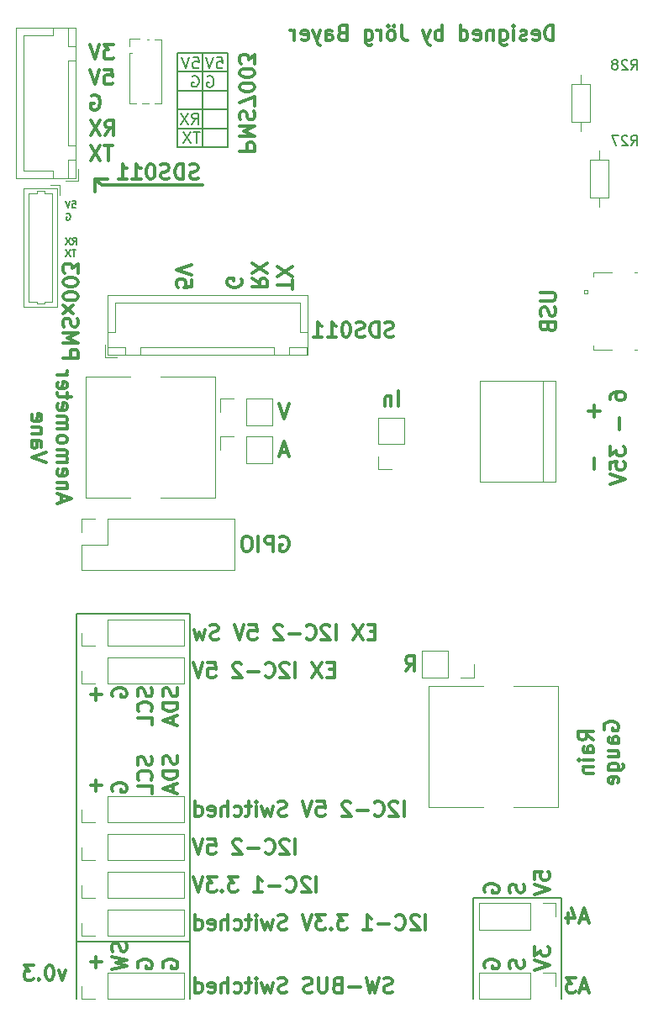
<source format=gbr>
G04 #@! TF.GenerationSoftware,KiCad,Pcbnew,(5.1.5)-3*
G04 #@! TF.CreationDate,2020-03-06T23:44:18+01:00*
G04 #@! TF.ProjectId,airMon,6169724d-6f6e-42e6-9b69-6361645f7063,0.3*
G04 #@! TF.SameCoordinates,Original*
G04 #@! TF.FileFunction,Legend,Bot*
G04 #@! TF.FilePolarity,Positive*
%FSLAX46Y46*%
G04 Gerber Fmt 4.6, Leading zero omitted, Abs format (unit mm)*
G04 Created by KiCad (PCBNEW (5.1.5)-3) date 2020-03-06 23:44:18*
%MOMM*%
%LPD*%
G04 APERTURE LIST*
%ADD10C,0.300000*%
%ADD11C,0.200000*%
%ADD12C,0.175000*%
%ADD13C,0.120000*%
%ADD14C,0.150000*%
%ADD15C,1.500000*%
%ADD16C,2.800000*%
%ADD17C,0.100000*%
%ADD18O,1.700000X1.950000*%
%ADD19O,1.700000X1.700000*%
%ADD20R,1.700000X1.700000*%
%ADD21C,3.000000*%
%ADD22R,3.000000X3.000000*%
%ADD23O,1.000000X1.000000*%
%ADD24R,1.000000X1.000000*%
%ADD25O,1.300000X0.800000*%
%ADD26O,1.400000X1.400000*%
%ADD27C,1.400000*%
%ADD28O,1.950000X1.700000*%
%ADD29R,1.900000X1.200000*%
%ADD30O,1.900000X1.200000*%
%ADD31R,1.900000X1.500000*%
%ADD32C,1.450000*%
%ADD33R,1.350000X0.381000*%
G04 APERTURE END LIST*
D10*
X67185000Y-107397857D02*
X67113571Y-107255000D01*
X67113571Y-107040714D01*
X67185000Y-106826428D01*
X67327857Y-106683571D01*
X67470714Y-106612142D01*
X67756428Y-106540714D01*
X67970714Y-106540714D01*
X68256428Y-106612142D01*
X68399285Y-106683571D01*
X68542142Y-106826428D01*
X68613571Y-107040714D01*
X68613571Y-107183571D01*
X68542142Y-107397857D01*
X68470714Y-107469285D01*
X67970714Y-107469285D01*
X67970714Y-107183571D01*
X71092142Y-106612142D02*
X71163571Y-106826428D01*
X71163571Y-107183571D01*
X71092142Y-107326428D01*
X71020714Y-107397857D01*
X70877857Y-107469285D01*
X70735000Y-107469285D01*
X70592142Y-107397857D01*
X70520714Y-107326428D01*
X70449285Y-107183571D01*
X70377857Y-106897857D01*
X70306428Y-106755000D01*
X70235000Y-106683571D01*
X70092142Y-106612142D01*
X69949285Y-106612142D01*
X69806428Y-106683571D01*
X69735000Y-106755000D01*
X69663571Y-106897857D01*
X69663571Y-107255000D01*
X69735000Y-107469285D01*
X72213571Y-106112142D02*
X72213571Y-105397857D01*
X72927857Y-105326428D01*
X72856428Y-105397857D01*
X72785000Y-105540714D01*
X72785000Y-105897857D01*
X72856428Y-106040714D01*
X72927857Y-106112142D01*
X73070714Y-106183571D01*
X73427857Y-106183571D01*
X73570714Y-106112142D01*
X73642142Y-106040714D01*
X73713571Y-105897857D01*
X73713571Y-105540714D01*
X73642142Y-105397857D01*
X73570714Y-105326428D01*
X72213571Y-106612142D02*
X73713571Y-107112142D01*
X72213571Y-107612142D01*
X27940000Y-35560000D02*
X27940000Y-36830000D01*
X27940000Y-35560000D02*
X29210000Y-35560000D01*
X28575000Y-36195000D02*
X27940000Y-35560000D01*
X38735000Y-36195000D02*
X28575000Y-36195000D01*
X25002857Y-115248571D02*
X24645714Y-116248571D01*
X24288571Y-115248571D01*
X23431428Y-114748571D02*
X23288571Y-114748571D01*
X23145714Y-114820000D01*
X23074285Y-114891428D01*
X23002857Y-115034285D01*
X22931428Y-115320000D01*
X22931428Y-115677142D01*
X23002857Y-115962857D01*
X23074285Y-116105714D01*
X23145714Y-116177142D01*
X23288571Y-116248571D01*
X23431428Y-116248571D01*
X23574285Y-116177142D01*
X23645714Y-116105714D01*
X23717142Y-115962857D01*
X23788571Y-115677142D01*
X23788571Y-115320000D01*
X23717142Y-115034285D01*
X23645714Y-114891428D01*
X23574285Y-114820000D01*
X23431428Y-114748571D01*
X22288571Y-116105714D02*
X22217142Y-116177142D01*
X22288571Y-116248571D01*
X22360000Y-116177142D01*
X22288571Y-116105714D01*
X22288571Y-116248571D01*
X21717142Y-114748571D02*
X20788571Y-114748571D01*
X21288571Y-115320000D01*
X21074285Y-115320000D01*
X20931428Y-115391428D01*
X20860000Y-115462857D01*
X20788571Y-115605714D01*
X20788571Y-115962857D01*
X20860000Y-116105714D01*
X20931428Y-116177142D01*
X21074285Y-116248571D01*
X21502857Y-116248571D01*
X21645714Y-116177142D01*
X21717142Y-116105714D01*
X42501428Y-32761428D02*
X44001428Y-32761428D01*
X44001428Y-32190000D01*
X43930000Y-32047142D01*
X43858571Y-31975714D01*
X43715714Y-31904285D01*
X43501428Y-31904285D01*
X43358571Y-31975714D01*
X43287142Y-32047142D01*
X43215714Y-32190000D01*
X43215714Y-32761428D01*
X42501428Y-31261428D02*
X44001428Y-31261428D01*
X42930000Y-30761428D01*
X44001428Y-30261428D01*
X42501428Y-30261428D01*
X42572857Y-29618571D02*
X42501428Y-29404285D01*
X42501428Y-29047142D01*
X42572857Y-28904285D01*
X42644285Y-28832857D01*
X42787142Y-28761428D01*
X42930000Y-28761428D01*
X43072857Y-28832857D01*
X43144285Y-28904285D01*
X43215714Y-29047142D01*
X43287142Y-29332857D01*
X43358571Y-29475714D01*
X43430000Y-29547142D01*
X43572857Y-29618571D01*
X43715714Y-29618571D01*
X43858571Y-29547142D01*
X43930000Y-29475714D01*
X44001428Y-29332857D01*
X44001428Y-28975714D01*
X43930000Y-28761428D01*
X44001428Y-28261428D02*
X44001428Y-27261428D01*
X42501428Y-27904285D01*
X44001428Y-26404285D02*
X44001428Y-26261428D01*
X43930000Y-26118571D01*
X43858571Y-26047142D01*
X43715714Y-25975714D01*
X43430000Y-25904285D01*
X43072857Y-25904285D01*
X42787142Y-25975714D01*
X42644285Y-26047142D01*
X42572857Y-26118571D01*
X42501428Y-26261428D01*
X42501428Y-26404285D01*
X42572857Y-26547142D01*
X42644285Y-26618571D01*
X42787142Y-26690000D01*
X43072857Y-26761428D01*
X43430000Y-26761428D01*
X43715714Y-26690000D01*
X43858571Y-26618571D01*
X43930000Y-26547142D01*
X44001428Y-26404285D01*
X44001428Y-24975714D02*
X44001428Y-24832857D01*
X43930000Y-24690000D01*
X43858571Y-24618571D01*
X43715714Y-24547142D01*
X43430000Y-24475714D01*
X43072857Y-24475714D01*
X42787142Y-24547142D01*
X42644285Y-24618571D01*
X42572857Y-24690000D01*
X42501428Y-24832857D01*
X42501428Y-24975714D01*
X42572857Y-25118571D01*
X42644285Y-25190000D01*
X42787142Y-25261428D01*
X43072857Y-25332857D01*
X43430000Y-25332857D01*
X43715714Y-25261428D01*
X43858571Y-25190000D01*
X43930000Y-25118571D01*
X44001428Y-24975714D01*
X44001428Y-23975714D02*
X44001428Y-23047142D01*
X43430000Y-23547142D01*
X43430000Y-23332857D01*
X43358571Y-23190000D01*
X43287142Y-23118571D01*
X43144285Y-23047142D01*
X42787142Y-23047142D01*
X42644285Y-23118571D01*
X42572857Y-23190000D01*
X42501428Y-23332857D01*
X42501428Y-23761428D01*
X42572857Y-23904285D01*
X42644285Y-23975714D01*
X74102857Y-21633571D02*
X74102857Y-20133571D01*
X73745714Y-20133571D01*
X73531428Y-20205000D01*
X73388571Y-20347857D01*
X73317142Y-20490714D01*
X73245714Y-20776428D01*
X73245714Y-20990714D01*
X73317142Y-21276428D01*
X73388571Y-21419285D01*
X73531428Y-21562142D01*
X73745714Y-21633571D01*
X74102857Y-21633571D01*
X72031428Y-21562142D02*
X72174285Y-21633571D01*
X72460000Y-21633571D01*
X72602857Y-21562142D01*
X72674285Y-21419285D01*
X72674285Y-20847857D01*
X72602857Y-20705000D01*
X72460000Y-20633571D01*
X72174285Y-20633571D01*
X72031428Y-20705000D01*
X71960000Y-20847857D01*
X71960000Y-20990714D01*
X72674285Y-21133571D01*
X71388571Y-21562142D02*
X71245714Y-21633571D01*
X70960000Y-21633571D01*
X70817142Y-21562142D01*
X70745714Y-21419285D01*
X70745714Y-21347857D01*
X70817142Y-21205000D01*
X70960000Y-21133571D01*
X71174285Y-21133571D01*
X71317142Y-21062142D01*
X71388571Y-20919285D01*
X71388571Y-20847857D01*
X71317142Y-20705000D01*
X71174285Y-20633571D01*
X70960000Y-20633571D01*
X70817142Y-20705000D01*
X70102857Y-21633571D02*
X70102857Y-20633571D01*
X70102857Y-20133571D02*
X70174285Y-20205000D01*
X70102857Y-20276428D01*
X70031428Y-20205000D01*
X70102857Y-20133571D01*
X70102857Y-20276428D01*
X68745714Y-20633571D02*
X68745714Y-21847857D01*
X68817142Y-21990714D01*
X68888571Y-22062142D01*
X69031428Y-22133571D01*
X69245714Y-22133571D01*
X69388571Y-22062142D01*
X68745714Y-21562142D02*
X68888571Y-21633571D01*
X69174285Y-21633571D01*
X69317142Y-21562142D01*
X69388571Y-21490714D01*
X69460000Y-21347857D01*
X69460000Y-20919285D01*
X69388571Y-20776428D01*
X69317142Y-20705000D01*
X69174285Y-20633571D01*
X68888571Y-20633571D01*
X68745714Y-20705000D01*
X68031428Y-20633571D02*
X68031428Y-21633571D01*
X68031428Y-20776428D02*
X67960000Y-20705000D01*
X67817142Y-20633571D01*
X67602857Y-20633571D01*
X67460000Y-20705000D01*
X67388571Y-20847857D01*
X67388571Y-21633571D01*
X66102857Y-21562142D02*
X66245714Y-21633571D01*
X66531428Y-21633571D01*
X66674285Y-21562142D01*
X66745714Y-21419285D01*
X66745714Y-20847857D01*
X66674285Y-20705000D01*
X66531428Y-20633571D01*
X66245714Y-20633571D01*
X66102857Y-20705000D01*
X66031428Y-20847857D01*
X66031428Y-20990714D01*
X66745714Y-21133571D01*
X64745714Y-21633571D02*
X64745714Y-20133571D01*
X64745714Y-21562142D02*
X64888571Y-21633571D01*
X65174285Y-21633571D01*
X65317142Y-21562142D01*
X65388571Y-21490714D01*
X65460000Y-21347857D01*
X65460000Y-20919285D01*
X65388571Y-20776428D01*
X65317142Y-20705000D01*
X65174285Y-20633571D01*
X64888571Y-20633571D01*
X64745714Y-20705000D01*
X62888571Y-21633571D02*
X62888571Y-20133571D01*
X62888571Y-20705000D02*
X62745714Y-20633571D01*
X62460000Y-20633571D01*
X62317142Y-20705000D01*
X62245714Y-20776428D01*
X62174285Y-20919285D01*
X62174285Y-21347857D01*
X62245714Y-21490714D01*
X62317142Y-21562142D01*
X62460000Y-21633571D01*
X62745714Y-21633571D01*
X62888571Y-21562142D01*
X61674285Y-20633571D02*
X61317142Y-21633571D01*
X60960000Y-20633571D02*
X61317142Y-21633571D01*
X61460000Y-21990714D01*
X61531428Y-22062142D01*
X61674285Y-22133571D01*
X58817142Y-20133571D02*
X58817142Y-21205000D01*
X58888571Y-21419285D01*
X59031428Y-21562142D01*
X59245714Y-21633571D01*
X59388571Y-21633571D01*
X57888571Y-21633571D02*
X58031428Y-21562142D01*
X58102857Y-21490714D01*
X58174285Y-21347857D01*
X58174285Y-20919285D01*
X58102857Y-20776428D01*
X58031428Y-20705000D01*
X57888571Y-20633571D01*
X57674285Y-20633571D01*
X57531428Y-20705000D01*
X57460000Y-20776428D01*
X57388571Y-20919285D01*
X57388571Y-21347857D01*
X57460000Y-21490714D01*
X57531428Y-21562142D01*
X57674285Y-21633571D01*
X57888571Y-21633571D01*
X58031428Y-20133571D02*
X57960000Y-20205000D01*
X58031428Y-20276428D01*
X58102857Y-20205000D01*
X58031428Y-20133571D01*
X58031428Y-20276428D01*
X57460000Y-20133571D02*
X57388571Y-20205000D01*
X57460000Y-20276428D01*
X57531428Y-20205000D01*
X57460000Y-20133571D01*
X57460000Y-20276428D01*
X56745714Y-21633571D02*
X56745714Y-20633571D01*
X56745714Y-20919285D02*
X56674285Y-20776428D01*
X56602857Y-20705000D01*
X56460000Y-20633571D01*
X56317142Y-20633571D01*
X55174285Y-20633571D02*
X55174285Y-21847857D01*
X55245714Y-21990714D01*
X55317142Y-22062142D01*
X55460000Y-22133571D01*
X55674285Y-22133571D01*
X55817142Y-22062142D01*
X55174285Y-21562142D02*
X55317142Y-21633571D01*
X55602857Y-21633571D01*
X55745714Y-21562142D01*
X55817142Y-21490714D01*
X55888571Y-21347857D01*
X55888571Y-20919285D01*
X55817142Y-20776428D01*
X55745714Y-20705000D01*
X55602857Y-20633571D01*
X55317142Y-20633571D01*
X55174285Y-20705000D01*
X52817142Y-20847857D02*
X52602857Y-20919285D01*
X52531428Y-20990714D01*
X52460000Y-21133571D01*
X52460000Y-21347857D01*
X52531428Y-21490714D01*
X52602857Y-21562142D01*
X52745714Y-21633571D01*
X53317142Y-21633571D01*
X53317142Y-20133571D01*
X52817142Y-20133571D01*
X52674285Y-20205000D01*
X52602857Y-20276428D01*
X52531428Y-20419285D01*
X52531428Y-20562142D01*
X52602857Y-20705000D01*
X52674285Y-20776428D01*
X52817142Y-20847857D01*
X53317142Y-20847857D01*
X51174285Y-21633571D02*
X51174285Y-20847857D01*
X51245714Y-20705000D01*
X51388571Y-20633571D01*
X51674285Y-20633571D01*
X51817142Y-20705000D01*
X51174285Y-21562142D02*
X51317142Y-21633571D01*
X51674285Y-21633571D01*
X51817142Y-21562142D01*
X51888571Y-21419285D01*
X51888571Y-21276428D01*
X51817142Y-21133571D01*
X51674285Y-21062142D01*
X51317142Y-21062142D01*
X51174285Y-20990714D01*
X50602857Y-20633571D02*
X50245714Y-21633571D01*
X49888571Y-20633571D02*
X50245714Y-21633571D01*
X50388571Y-21990714D01*
X50460000Y-22062142D01*
X50602857Y-22133571D01*
X48745714Y-21562142D02*
X48888571Y-21633571D01*
X49174285Y-21633571D01*
X49317142Y-21562142D01*
X49388571Y-21419285D01*
X49388571Y-20847857D01*
X49317142Y-20705000D01*
X49174285Y-20633571D01*
X48888571Y-20633571D01*
X48745714Y-20705000D01*
X48674285Y-20847857D01*
X48674285Y-20990714D01*
X49388571Y-21133571D01*
X48031428Y-21633571D02*
X48031428Y-20633571D01*
X48031428Y-20919285D02*
X47960000Y-20776428D01*
X47888571Y-20705000D01*
X47745714Y-20633571D01*
X47602857Y-20633571D01*
X58463571Y-58463571D02*
X58463571Y-56963571D01*
X57749285Y-57463571D02*
X57749285Y-58463571D01*
X57749285Y-57606428D02*
X57677857Y-57535000D01*
X57535000Y-57463571D01*
X57320714Y-57463571D01*
X57177857Y-57535000D01*
X57106428Y-57677857D01*
X57106428Y-58463571D01*
X47490000Y-58233571D02*
X46990000Y-59733571D01*
X46490000Y-58233571D01*
X47347142Y-63115000D02*
X46632857Y-63115000D01*
X47490000Y-63543571D02*
X46990000Y-62043571D01*
X46490000Y-63543571D01*
X59225714Y-85133571D02*
X59725714Y-84419285D01*
X60082857Y-85133571D02*
X60082857Y-83633571D01*
X59511428Y-83633571D01*
X59368571Y-83705000D01*
X59297142Y-83776428D01*
X59225714Y-83919285D01*
X59225714Y-84133571D01*
X59297142Y-84276428D01*
X59368571Y-84347857D01*
X59511428Y-84419285D01*
X60082857Y-84419285D01*
D11*
X37465000Y-112395000D02*
X37465000Y-118110000D01*
X26035000Y-112395000D02*
X26035000Y-118110000D01*
D10*
X72838571Y-47002142D02*
X74052857Y-47002142D01*
X74195714Y-47073571D01*
X74267142Y-47145000D01*
X74338571Y-47287857D01*
X74338571Y-47573571D01*
X74267142Y-47716428D01*
X74195714Y-47787857D01*
X74052857Y-47859285D01*
X72838571Y-47859285D01*
X74267142Y-48502142D02*
X74338571Y-48716428D01*
X74338571Y-49073571D01*
X74267142Y-49216428D01*
X74195714Y-49287857D01*
X74052857Y-49359285D01*
X73910000Y-49359285D01*
X73767142Y-49287857D01*
X73695714Y-49216428D01*
X73624285Y-49073571D01*
X73552857Y-48787857D01*
X73481428Y-48645000D01*
X73410000Y-48573571D01*
X73267142Y-48502142D01*
X73124285Y-48502142D01*
X72981428Y-48573571D01*
X72910000Y-48645000D01*
X72838571Y-48787857D01*
X72838571Y-49145000D01*
X72910000Y-49359285D01*
X73552857Y-50502142D02*
X73624285Y-50716428D01*
X73695714Y-50787857D01*
X73838571Y-50859285D01*
X74052857Y-50859285D01*
X74195714Y-50787857D01*
X74267142Y-50716428D01*
X74338571Y-50573571D01*
X74338571Y-50002142D01*
X72838571Y-50002142D01*
X72838571Y-50502142D01*
X72910000Y-50645000D01*
X72981428Y-50716428D01*
X73124285Y-50787857D01*
X73267142Y-50787857D01*
X73410000Y-50716428D01*
X73481428Y-50645000D01*
X73552857Y-50502142D01*
X73552857Y-50002142D01*
X78207142Y-58380714D02*
X78207142Y-59523571D01*
X78778571Y-58952142D02*
X77635714Y-58952142D01*
X78207142Y-63666428D02*
X78207142Y-64809285D01*
X79828571Y-57737857D02*
X79828571Y-57452142D01*
X79900000Y-57309285D01*
X79971428Y-57237857D01*
X80185714Y-57095000D01*
X80471428Y-57023571D01*
X81042857Y-57023571D01*
X81185714Y-57095000D01*
X81257142Y-57166428D01*
X81328571Y-57309285D01*
X81328571Y-57595000D01*
X81257142Y-57737857D01*
X81185714Y-57809285D01*
X81042857Y-57880714D01*
X80685714Y-57880714D01*
X80542857Y-57809285D01*
X80471428Y-57737857D01*
X80400000Y-57595000D01*
X80400000Y-57309285D01*
X80471428Y-57166428D01*
X80542857Y-57095000D01*
X80685714Y-57023571D01*
X80757142Y-59666428D02*
X80757142Y-60809285D01*
X79828571Y-62523571D02*
X79828571Y-63452142D01*
X80400000Y-62952142D01*
X80400000Y-63166428D01*
X80471428Y-63309285D01*
X80542857Y-63380714D01*
X80685714Y-63452142D01*
X81042857Y-63452142D01*
X81185714Y-63380714D01*
X81257142Y-63309285D01*
X81328571Y-63166428D01*
X81328571Y-62737857D01*
X81257142Y-62595000D01*
X81185714Y-62523571D01*
X79828571Y-64809285D02*
X79828571Y-64095000D01*
X80542857Y-64023571D01*
X80471428Y-64095000D01*
X80400000Y-64237857D01*
X80400000Y-64594999D01*
X80471428Y-64737857D01*
X80542857Y-64809285D01*
X80685714Y-64880714D01*
X81042857Y-64880714D01*
X81185714Y-64809285D01*
X81257142Y-64737857D01*
X81328571Y-64594999D01*
X81328571Y-64237857D01*
X81257142Y-64095000D01*
X81185714Y-64023571D01*
X79828571Y-65309285D02*
X81328571Y-65809285D01*
X79828571Y-66309285D01*
X24520000Y-68130714D02*
X24520000Y-67416428D01*
X24091428Y-68273571D02*
X25591428Y-67773571D01*
X24091428Y-67273571D01*
X25091428Y-66773571D02*
X24091428Y-66773571D01*
X24948571Y-66773571D02*
X25020000Y-66702142D01*
X25091428Y-66559285D01*
X25091428Y-66345000D01*
X25020000Y-66202142D01*
X24877142Y-66130714D01*
X24091428Y-66130714D01*
X24162857Y-64845000D02*
X24091428Y-64987857D01*
X24091428Y-65273571D01*
X24162857Y-65416428D01*
X24305714Y-65487857D01*
X24877142Y-65487857D01*
X25020000Y-65416428D01*
X25091428Y-65273571D01*
X25091428Y-64987857D01*
X25020000Y-64845000D01*
X24877142Y-64773571D01*
X24734285Y-64773571D01*
X24591428Y-65487857D01*
X24091428Y-64130714D02*
X25091428Y-64130714D01*
X24948571Y-64130714D02*
X25020000Y-64059285D01*
X25091428Y-63916428D01*
X25091428Y-63702142D01*
X25020000Y-63559285D01*
X24877142Y-63487857D01*
X24091428Y-63487857D01*
X24877142Y-63487857D02*
X25020000Y-63416428D01*
X25091428Y-63273571D01*
X25091428Y-63059285D01*
X25020000Y-62916428D01*
X24877142Y-62845000D01*
X24091428Y-62845000D01*
X24091428Y-61916428D02*
X24162857Y-62059285D01*
X24234285Y-62130714D01*
X24377142Y-62202142D01*
X24805714Y-62202142D01*
X24948571Y-62130714D01*
X25020000Y-62059285D01*
X25091428Y-61916428D01*
X25091428Y-61702142D01*
X25020000Y-61559285D01*
X24948571Y-61487857D01*
X24805714Y-61416428D01*
X24377142Y-61416428D01*
X24234285Y-61487857D01*
X24162857Y-61559285D01*
X24091428Y-61702142D01*
X24091428Y-61916428D01*
X24091428Y-60773571D02*
X25091428Y-60773571D01*
X24948571Y-60773571D02*
X25020000Y-60702142D01*
X25091428Y-60559285D01*
X25091428Y-60345000D01*
X25020000Y-60202142D01*
X24877142Y-60130714D01*
X24091428Y-60130714D01*
X24877142Y-60130714D02*
X25020000Y-60059285D01*
X25091428Y-59916428D01*
X25091428Y-59702142D01*
X25020000Y-59559285D01*
X24877142Y-59487857D01*
X24091428Y-59487857D01*
X24162857Y-58202142D02*
X24091428Y-58345000D01*
X24091428Y-58630714D01*
X24162857Y-58773571D01*
X24305714Y-58845000D01*
X24877142Y-58845000D01*
X25020000Y-58773571D01*
X25091428Y-58630714D01*
X25091428Y-58345000D01*
X25020000Y-58202142D01*
X24877142Y-58130714D01*
X24734285Y-58130714D01*
X24591428Y-58845000D01*
X25091428Y-57702142D02*
X25091428Y-57130714D01*
X25591428Y-57487857D02*
X24305714Y-57487857D01*
X24162857Y-57416428D01*
X24091428Y-57273571D01*
X24091428Y-57130714D01*
X24162857Y-56059285D02*
X24091428Y-56202142D01*
X24091428Y-56487857D01*
X24162857Y-56630714D01*
X24305714Y-56702142D01*
X24877142Y-56702142D01*
X25020000Y-56630714D01*
X25091428Y-56487857D01*
X25091428Y-56202142D01*
X25020000Y-56059285D01*
X24877142Y-55987857D01*
X24734285Y-55987857D01*
X24591428Y-56702142D01*
X24091428Y-55345000D02*
X25091428Y-55345000D01*
X24805714Y-55345000D02*
X24948571Y-55273571D01*
X25020000Y-55202142D01*
X25091428Y-55059285D01*
X25091428Y-54916428D01*
X23041428Y-64095000D02*
X21541428Y-63595000D01*
X23041428Y-63095000D01*
X21541428Y-61952142D02*
X22327142Y-61952142D01*
X22470000Y-62023571D01*
X22541428Y-62166428D01*
X22541428Y-62452142D01*
X22470000Y-62595000D01*
X21612857Y-61952142D02*
X21541428Y-62095000D01*
X21541428Y-62452142D01*
X21612857Y-62595000D01*
X21755714Y-62666428D01*
X21898571Y-62666428D01*
X22041428Y-62595000D01*
X22112857Y-62452142D01*
X22112857Y-62095000D01*
X22184285Y-61952142D01*
X22541428Y-61237857D02*
X21541428Y-61237857D01*
X22398571Y-61237857D02*
X22470000Y-61166428D01*
X22541428Y-61023571D01*
X22541428Y-60809285D01*
X22470000Y-60666428D01*
X22327142Y-60595000D01*
X21541428Y-60595000D01*
X21612857Y-59309285D02*
X21541428Y-59452142D01*
X21541428Y-59737857D01*
X21612857Y-59880714D01*
X21755714Y-59952142D01*
X22327142Y-59952142D01*
X22470000Y-59880714D01*
X22541428Y-59737857D01*
X22541428Y-59452142D01*
X22470000Y-59309285D01*
X22327142Y-59237857D01*
X22184285Y-59237857D01*
X22041428Y-59952142D01*
X78143571Y-92095000D02*
X77429285Y-91595000D01*
X78143571Y-91237857D02*
X76643571Y-91237857D01*
X76643571Y-91809285D01*
X76715000Y-91952142D01*
X76786428Y-92023571D01*
X76929285Y-92095000D01*
X77143571Y-92095000D01*
X77286428Y-92023571D01*
X77357857Y-91952142D01*
X77429285Y-91809285D01*
X77429285Y-91237857D01*
X78143571Y-93380714D02*
X77357857Y-93380714D01*
X77215000Y-93309285D01*
X77143571Y-93166428D01*
X77143571Y-92880714D01*
X77215000Y-92737857D01*
X78072142Y-93380714D02*
X78143571Y-93237857D01*
X78143571Y-92880714D01*
X78072142Y-92737857D01*
X77929285Y-92666428D01*
X77786428Y-92666428D01*
X77643571Y-92737857D01*
X77572142Y-92880714D01*
X77572142Y-93237857D01*
X77500714Y-93380714D01*
X78143571Y-94095000D02*
X77143571Y-94095000D01*
X76643571Y-94095000D02*
X76715000Y-94023571D01*
X76786428Y-94095000D01*
X76715000Y-94166428D01*
X76643571Y-94095000D01*
X76786428Y-94095000D01*
X77143571Y-94809285D02*
X78143571Y-94809285D01*
X77286428Y-94809285D02*
X77215000Y-94880714D01*
X77143571Y-95023571D01*
X77143571Y-95237857D01*
X77215000Y-95380714D01*
X77357857Y-95452142D01*
X78143571Y-95452142D01*
X79265000Y-91059285D02*
X79193571Y-90916428D01*
X79193571Y-90702142D01*
X79265000Y-90487857D01*
X79407857Y-90345000D01*
X79550714Y-90273571D01*
X79836428Y-90202142D01*
X80050714Y-90202142D01*
X80336428Y-90273571D01*
X80479285Y-90345000D01*
X80622142Y-90487857D01*
X80693571Y-90702142D01*
X80693571Y-90845000D01*
X80622142Y-91059285D01*
X80550714Y-91130714D01*
X80050714Y-91130714D01*
X80050714Y-90845000D01*
X80693571Y-92416428D02*
X79907857Y-92416428D01*
X79765000Y-92345000D01*
X79693571Y-92202142D01*
X79693571Y-91916428D01*
X79765000Y-91773571D01*
X80622142Y-92416428D02*
X80693571Y-92273571D01*
X80693571Y-91916428D01*
X80622142Y-91773571D01*
X80479285Y-91702142D01*
X80336428Y-91702142D01*
X80193571Y-91773571D01*
X80122142Y-91916428D01*
X80122142Y-92273571D01*
X80050714Y-92416428D01*
X79693571Y-93773571D02*
X80693571Y-93773571D01*
X79693571Y-93130714D02*
X80479285Y-93130714D01*
X80622142Y-93202142D01*
X80693571Y-93345000D01*
X80693571Y-93559285D01*
X80622142Y-93702142D01*
X80550714Y-93773571D01*
X79693571Y-95130714D02*
X80907857Y-95130714D01*
X81050714Y-95059285D01*
X81122142Y-94987857D01*
X81193571Y-94845000D01*
X81193571Y-94630714D01*
X81122142Y-94487857D01*
X80622142Y-95130714D02*
X80693571Y-94987857D01*
X80693571Y-94702142D01*
X80622142Y-94559285D01*
X80550714Y-94487857D01*
X80407857Y-94416428D01*
X79979285Y-94416428D01*
X79836428Y-94487857D01*
X79765000Y-94559285D01*
X79693571Y-94702142D01*
X79693571Y-94987857D01*
X79765000Y-95130714D01*
X80622142Y-96416428D02*
X80693571Y-96273571D01*
X80693571Y-95987857D01*
X80622142Y-95845000D01*
X80479285Y-95773571D01*
X79907857Y-95773571D01*
X79765000Y-95845000D01*
X79693571Y-95987857D01*
X79693571Y-96273571D01*
X79765000Y-96416428D01*
X79907857Y-96487857D01*
X80050714Y-96487857D01*
X80193571Y-95773571D01*
D11*
X66040000Y-107950000D02*
X66040000Y-118110000D01*
X74930000Y-107950000D02*
X66040000Y-107950000D01*
X74930000Y-118110000D02*
X74930000Y-107950000D01*
D10*
X67185000Y-115017857D02*
X67113571Y-114875000D01*
X67113571Y-114660714D01*
X67185000Y-114446428D01*
X67327857Y-114303571D01*
X67470714Y-114232142D01*
X67756428Y-114160714D01*
X67970714Y-114160714D01*
X68256428Y-114232142D01*
X68399285Y-114303571D01*
X68542142Y-114446428D01*
X68613571Y-114660714D01*
X68613571Y-114803571D01*
X68542142Y-115017857D01*
X68470714Y-115089285D01*
X67970714Y-115089285D01*
X67970714Y-114803571D01*
X71092142Y-114232142D02*
X71163571Y-114446428D01*
X71163571Y-114803571D01*
X71092142Y-114946428D01*
X71020714Y-115017857D01*
X70877857Y-115089285D01*
X70735000Y-115089285D01*
X70592142Y-115017857D01*
X70520714Y-114946428D01*
X70449285Y-114803571D01*
X70377857Y-114517857D01*
X70306428Y-114375000D01*
X70235000Y-114303571D01*
X70092142Y-114232142D01*
X69949285Y-114232142D01*
X69806428Y-114303571D01*
X69735000Y-114375000D01*
X69663571Y-114517857D01*
X69663571Y-114875000D01*
X69735000Y-115089285D01*
X72213571Y-112875000D02*
X72213571Y-113803571D01*
X72785000Y-113303571D01*
X72785000Y-113517857D01*
X72856428Y-113660714D01*
X72927857Y-113732142D01*
X73070714Y-113803571D01*
X73427857Y-113803571D01*
X73570714Y-113732142D01*
X73642142Y-113660714D01*
X73713571Y-113517857D01*
X73713571Y-113089285D01*
X73642142Y-112946428D01*
X73570714Y-112875000D01*
X72213571Y-114232142D02*
X73713571Y-114732142D01*
X72213571Y-115232142D01*
X77553571Y-110105000D02*
X76839285Y-110105000D01*
X77696428Y-110533571D02*
X77196428Y-109033571D01*
X76696428Y-110533571D01*
X75553571Y-109533571D02*
X75553571Y-110533571D01*
X75910714Y-108962142D02*
X76267857Y-110033571D01*
X75339285Y-110033571D01*
X77553571Y-117090000D02*
X76839285Y-117090000D01*
X77696428Y-117518571D02*
X77196428Y-116018571D01*
X76696428Y-117518571D01*
X76339285Y-116018571D02*
X75410714Y-116018571D01*
X75910714Y-116590000D01*
X75696428Y-116590000D01*
X75553571Y-116661428D01*
X75482142Y-116732857D01*
X75410714Y-116875714D01*
X75410714Y-117232857D01*
X75482142Y-117375714D01*
X75553571Y-117447142D01*
X75696428Y-117518571D01*
X76125000Y-117518571D01*
X76267857Y-117447142D01*
X76339285Y-117375714D01*
X28032142Y-113875000D02*
X28032142Y-115017857D01*
X28603571Y-114446428D02*
X27460714Y-114446428D01*
X31082142Y-112517857D02*
X31153571Y-112732142D01*
X31153571Y-113089285D01*
X31082142Y-113232142D01*
X31010714Y-113303571D01*
X30867857Y-113375000D01*
X30725000Y-113375000D01*
X30582142Y-113303571D01*
X30510714Y-113232142D01*
X30439285Y-113089285D01*
X30367857Y-112803571D01*
X30296428Y-112660714D01*
X30225000Y-112589285D01*
X30082142Y-112517857D01*
X29939285Y-112517857D01*
X29796428Y-112589285D01*
X29725000Y-112660714D01*
X29653571Y-112803571D01*
X29653571Y-113160714D01*
X29725000Y-113375000D01*
X29653571Y-113875000D02*
X31153571Y-114232142D01*
X30082142Y-114517857D01*
X31153571Y-114803571D01*
X29653571Y-115160714D01*
X32275000Y-115017857D02*
X32203571Y-114875000D01*
X32203571Y-114660714D01*
X32275000Y-114446428D01*
X32417857Y-114303571D01*
X32560714Y-114232142D01*
X32846428Y-114160714D01*
X33060714Y-114160714D01*
X33346428Y-114232142D01*
X33489285Y-114303571D01*
X33632142Y-114446428D01*
X33703571Y-114660714D01*
X33703571Y-114803571D01*
X33632142Y-115017857D01*
X33560714Y-115089285D01*
X33060714Y-115089285D01*
X33060714Y-114803571D01*
X34825000Y-115017857D02*
X34753571Y-114875000D01*
X34753571Y-114660714D01*
X34825000Y-114446428D01*
X34967857Y-114303571D01*
X35110714Y-114232142D01*
X35396428Y-114160714D01*
X35610714Y-114160714D01*
X35896428Y-114232142D01*
X36039285Y-114303571D01*
X36182142Y-114446428D01*
X36253571Y-114660714D01*
X36253571Y-114803571D01*
X36182142Y-115017857D01*
X36110714Y-115089285D01*
X35610714Y-115089285D01*
X35610714Y-114803571D01*
X28032142Y-96095000D02*
X28032142Y-97237857D01*
X28603571Y-96666428D02*
X27460714Y-96666428D01*
X29725000Y-97237857D02*
X29653571Y-97095000D01*
X29653571Y-96880714D01*
X29725000Y-96666428D01*
X29867857Y-96523571D01*
X30010714Y-96452142D01*
X30296428Y-96380714D01*
X30510714Y-96380714D01*
X30796428Y-96452142D01*
X30939285Y-96523571D01*
X31082142Y-96666428D01*
X31153571Y-96880714D01*
X31153571Y-97023571D01*
X31082142Y-97237857D01*
X31010714Y-97309285D01*
X30510714Y-97309285D01*
X30510714Y-97023571D01*
X33632142Y-93737857D02*
X33703571Y-93952142D01*
X33703571Y-94309285D01*
X33632142Y-94452142D01*
X33560714Y-94523571D01*
X33417857Y-94595000D01*
X33275000Y-94595000D01*
X33132142Y-94523571D01*
X33060714Y-94452142D01*
X32989285Y-94309285D01*
X32917857Y-94023571D01*
X32846428Y-93880714D01*
X32775000Y-93809285D01*
X32632142Y-93737857D01*
X32489285Y-93737857D01*
X32346428Y-93809285D01*
X32275000Y-93880714D01*
X32203571Y-94023571D01*
X32203571Y-94380714D01*
X32275000Y-94595000D01*
X33560714Y-96095000D02*
X33632142Y-96023571D01*
X33703571Y-95809285D01*
X33703571Y-95666428D01*
X33632142Y-95452142D01*
X33489285Y-95309285D01*
X33346428Y-95237857D01*
X33060714Y-95166428D01*
X32846428Y-95166428D01*
X32560714Y-95237857D01*
X32417857Y-95309285D01*
X32275000Y-95452142D01*
X32203571Y-95666428D01*
X32203571Y-95809285D01*
X32275000Y-96023571D01*
X32346428Y-96095000D01*
X33703571Y-97452142D02*
X33703571Y-96737857D01*
X32203571Y-96737857D01*
X36182142Y-93666428D02*
X36253571Y-93880714D01*
X36253571Y-94237857D01*
X36182142Y-94380714D01*
X36110714Y-94452142D01*
X35967857Y-94523571D01*
X35825000Y-94523571D01*
X35682142Y-94452142D01*
X35610714Y-94380714D01*
X35539285Y-94237857D01*
X35467857Y-93952142D01*
X35396428Y-93809285D01*
X35325000Y-93737857D01*
X35182142Y-93666428D01*
X35039285Y-93666428D01*
X34896428Y-93737857D01*
X34825000Y-93809285D01*
X34753571Y-93952142D01*
X34753571Y-94309285D01*
X34825000Y-94523571D01*
X36253571Y-95166428D02*
X34753571Y-95166428D01*
X34753571Y-95523571D01*
X34825000Y-95737857D01*
X34967857Y-95880714D01*
X35110714Y-95952142D01*
X35396428Y-96023571D01*
X35610714Y-96023571D01*
X35896428Y-95952142D01*
X36039285Y-95880714D01*
X36182142Y-95737857D01*
X36253571Y-95523571D01*
X36253571Y-95166428D01*
X35825000Y-96595000D02*
X35825000Y-97309285D01*
X36253571Y-96452142D02*
X34753571Y-96952142D01*
X36253571Y-97452142D01*
X28032142Y-86912142D02*
X28032142Y-88055000D01*
X28603571Y-87483571D02*
X27460714Y-87483571D01*
X29725000Y-87697857D02*
X29653571Y-87555000D01*
X29653571Y-87340714D01*
X29725000Y-87126428D01*
X29867857Y-86983571D01*
X30010714Y-86912142D01*
X30296428Y-86840714D01*
X30510714Y-86840714D01*
X30796428Y-86912142D01*
X30939285Y-86983571D01*
X31082142Y-87126428D01*
X31153571Y-87340714D01*
X31153571Y-87483571D01*
X31082142Y-87697857D01*
X31010714Y-87769285D01*
X30510714Y-87769285D01*
X30510714Y-87483571D01*
X33632142Y-86840714D02*
X33703571Y-87055000D01*
X33703571Y-87412142D01*
X33632142Y-87555000D01*
X33560714Y-87626428D01*
X33417857Y-87697857D01*
X33275000Y-87697857D01*
X33132142Y-87626428D01*
X33060714Y-87555000D01*
X32989285Y-87412142D01*
X32917857Y-87126428D01*
X32846428Y-86983571D01*
X32775000Y-86912142D01*
X32632142Y-86840714D01*
X32489285Y-86840714D01*
X32346428Y-86912142D01*
X32275000Y-86983571D01*
X32203571Y-87126428D01*
X32203571Y-87483571D01*
X32275000Y-87697857D01*
X33560714Y-89197857D02*
X33632142Y-89126428D01*
X33703571Y-88912142D01*
X33703571Y-88769285D01*
X33632142Y-88555000D01*
X33489285Y-88412142D01*
X33346428Y-88340714D01*
X33060714Y-88269285D01*
X32846428Y-88269285D01*
X32560714Y-88340714D01*
X32417857Y-88412142D01*
X32275000Y-88555000D01*
X32203571Y-88769285D01*
X32203571Y-88912142D01*
X32275000Y-89126428D01*
X32346428Y-89197857D01*
X33703571Y-90555000D02*
X33703571Y-89840714D01*
X32203571Y-89840714D01*
X36182142Y-86840714D02*
X36253571Y-87055000D01*
X36253571Y-87412142D01*
X36182142Y-87555000D01*
X36110714Y-87626428D01*
X35967857Y-87697857D01*
X35825000Y-87697857D01*
X35682142Y-87626428D01*
X35610714Y-87555000D01*
X35539285Y-87412142D01*
X35467857Y-87126428D01*
X35396428Y-86983571D01*
X35325000Y-86912142D01*
X35182142Y-86840714D01*
X35039285Y-86840714D01*
X34896428Y-86912142D01*
X34825000Y-86983571D01*
X34753571Y-87126428D01*
X34753571Y-87483571D01*
X34825000Y-87697857D01*
X36253571Y-88340714D02*
X34753571Y-88340714D01*
X34753571Y-88697857D01*
X34825000Y-88912142D01*
X34967857Y-89055000D01*
X35110714Y-89126428D01*
X35396428Y-89197857D01*
X35610714Y-89197857D01*
X35896428Y-89126428D01*
X36039285Y-89055000D01*
X36182142Y-88912142D01*
X36253571Y-88697857D01*
X36253571Y-88340714D01*
X35825000Y-89769285D02*
X35825000Y-90483571D01*
X36253571Y-89626428D02*
X34753571Y-90126428D01*
X36253571Y-90626428D01*
D11*
X26035000Y-79375000D02*
X26035000Y-112395000D01*
X37465000Y-79375000D02*
X26035000Y-79375000D01*
X37465000Y-112395000D02*
X37465000Y-79375000D01*
X26035000Y-112395000D02*
X37465000Y-112395000D01*
D10*
X56160000Y-81172857D02*
X55660000Y-81172857D01*
X55445714Y-81958571D02*
X56160000Y-81958571D01*
X56160000Y-80458571D01*
X55445714Y-80458571D01*
X54945714Y-80458571D02*
X53945714Y-81958571D01*
X53945714Y-80458571D02*
X54945714Y-81958571D01*
X52231428Y-81958571D02*
X52231428Y-80458571D01*
X51588571Y-80601428D02*
X51517142Y-80530000D01*
X51374285Y-80458571D01*
X51017142Y-80458571D01*
X50874285Y-80530000D01*
X50802857Y-80601428D01*
X50731428Y-80744285D01*
X50731428Y-80887142D01*
X50802857Y-81101428D01*
X51660000Y-81958571D01*
X50731428Y-81958571D01*
X49231428Y-81815714D02*
X49302857Y-81887142D01*
X49517142Y-81958571D01*
X49660000Y-81958571D01*
X49874285Y-81887142D01*
X50017142Y-81744285D01*
X50088571Y-81601428D01*
X50160000Y-81315714D01*
X50160000Y-81101428D01*
X50088571Y-80815714D01*
X50017142Y-80672857D01*
X49874285Y-80530000D01*
X49660000Y-80458571D01*
X49517142Y-80458571D01*
X49302857Y-80530000D01*
X49231428Y-80601428D01*
X48588571Y-81387142D02*
X47445714Y-81387142D01*
X46802857Y-80601428D02*
X46731428Y-80530000D01*
X46588571Y-80458571D01*
X46231428Y-80458571D01*
X46088571Y-80530000D01*
X46017142Y-80601428D01*
X45945714Y-80744285D01*
X45945714Y-80887142D01*
X46017142Y-81101428D01*
X46874285Y-81958571D01*
X45945714Y-81958571D01*
X43445714Y-80458571D02*
X44160000Y-80458571D01*
X44231428Y-81172857D01*
X44160000Y-81101428D01*
X44017142Y-81030000D01*
X43660000Y-81030000D01*
X43517142Y-81101428D01*
X43445714Y-81172857D01*
X43374285Y-81315714D01*
X43374285Y-81672857D01*
X43445714Y-81815714D01*
X43517142Y-81887142D01*
X43660000Y-81958571D01*
X44017142Y-81958571D01*
X44160000Y-81887142D01*
X44231428Y-81815714D01*
X42945714Y-80458571D02*
X42445714Y-81958571D01*
X41945714Y-80458571D01*
X40374285Y-81887142D02*
X40160000Y-81958571D01*
X39802857Y-81958571D01*
X39660000Y-81887142D01*
X39588571Y-81815714D01*
X39517142Y-81672857D01*
X39517142Y-81530000D01*
X39588571Y-81387142D01*
X39660000Y-81315714D01*
X39802857Y-81244285D01*
X40088571Y-81172857D01*
X40231428Y-81101428D01*
X40302857Y-81030000D01*
X40374285Y-80887142D01*
X40374285Y-80744285D01*
X40302857Y-80601428D01*
X40231428Y-80530000D01*
X40088571Y-80458571D01*
X39731428Y-80458571D01*
X39517142Y-80530000D01*
X39017142Y-80958571D02*
X38731428Y-81958571D01*
X38445714Y-81244285D01*
X38160000Y-81958571D01*
X37874285Y-80958571D01*
X52017142Y-84982857D02*
X51517142Y-84982857D01*
X51302857Y-85768571D02*
X52017142Y-85768571D01*
X52017142Y-84268571D01*
X51302857Y-84268571D01*
X50802857Y-84268571D02*
X49802857Y-85768571D01*
X49802857Y-84268571D02*
X50802857Y-85768571D01*
X48088571Y-85768571D02*
X48088571Y-84268571D01*
X47445714Y-84411428D02*
X47374285Y-84340000D01*
X47231428Y-84268571D01*
X46874285Y-84268571D01*
X46731428Y-84340000D01*
X46660000Y-84411428D01*
X46588571Y-84554285D01*
X46588571Y-84697142D01*
X46660000Y-84911428D01*
X47517142Y-85768571D01*
X46588571Y-85768571D01*
X45088571Y-85625714D02*
X45160000Y-85697142D01*
X45374285Y-85768571D01*
X45517142Y-85768571D01*
X45731428Y-85697142D01*
X45874285Y-85554285D01*
X45945714Y-85411428D01*
X46017142Y-85125714D01*
X46017142Y-84911428D01*
X45945714Y-84625714D01*
X45874285Y-84482857D01*
X45731428Y-84340000D01*
X45517142Y-84268571D01*
X45374285Y-84268571D01*
X45160000Y-84340000D01*
X45088571Y-84411428D01*
X44445714Y-85197142D02*
X43302857Y-85197142D01*
X42660000Y-84411428D02*
X42588571Y-84340000D01*
X42445714Y-84268571D01*
X42088571Y-84268571D01*
X41945714Y-84340000D01*
X41874285Y-84411428D01*
X41802857Y-84554285D01*
X41802857Y-84697142D01*
X41874285Y-84911428D01*
X42731428Y-85768571D01*
X41802857Y-85768571D01*
X39302857Y-84268571D02*
X40017142Y-84268571D01*
X40088571Y-84982857D01*
X40017142Y-84911428D01*
X39874285Y-84840000D01*
X39517142Y-84840000D01*
X39374285Y-84911428D01*
X39302857Y-84982857D01*
X39231428Y-85125714D01*
X39231428Y-85482857D01*
X39302857Y-85625714D01*
X39374285Y-85697142D01*
X39517142Y-85768571D01*
X39874285Y-85768571D01*
X40017142Y-85697142D01*
X40088571Y-85625714D01*
X38802857Y-84268571D02*
X38302857Y-85768571D01*
X37802857Y-84268571D01*
X59088571Y-99738571D02*
X59088571Y-98238571D01*
X58445714Y-98381428D02*
X58374285Y-98310000D01*
X58231428Y-98238571D01*
X57874285Y-98238571D01*
X57731428Y-98310000D01*
X57660000Y-98381428D01*
X57588571Y-98524285D01*
X57588571Y-98667142D01*
X57660000Y-98881428D01*
X58517142Y-99738571D01*
X57588571Y-99738571D01*
X56088571Y-99595714D02*
X56160000Y-99667142D01*
X56374285Y-99738571D01*
X56517142Y-99738571D01*
X56731428Y-99667142D01*
X56874285Y-99524285D01*
X56945714Y-99381428D01*
X57017142Y-99095714D01*
X57017142Y-98881428D01*
X56945714Y-98595714D01*
X56874285Y-98452857D01*
X56731428Y-98310000D01*
X56517142Y-98238571D01*
X56374285Y-98238571D01*
X56160000Y-98310000D01*
X56088571Y-98381428D01*
X55445714Y-99167142D02*
X54302857Y-99167142D01*
X53660000Y-98381428D02*
X53588571Y-98310000D01*
X53445714Y-98238571D01*
X53088571Y-98238571D01*
X52945714Y-98310000D01*
X52874285Y-98381428D01*
X52802857Y-98524285D01*
X52802857Y-98667142D01*
X52874285Y-98881428D01*
X53731428Y-99738571D01*
X52802857Y-99738571D01*
X50302857Y-98238571D02*
X51017142Y-98238571D01*
X51088571Y-98952857D01*
X51017142Y-98881428D01*
X50874285Y-98810000D01*
X50517142Y-98810000D01*
X50374285Y-98881428D01*
X50302857Y-98952857D01*
X50231428Y-99095714D01*
X50231428Y-99452857D01*
X50302857Y-99595714D01*
X50374285Y-99667142D01*
X50517142Y-99738571D01*
X50874285Y-99738571D01*
X51017142Y-99667142D01*
X51088571Y-99595714D01*
X49802857Y-98238571D02*
X49302857Y-99738571D01*
X48802857Y-98238571D01*
X47231428Y-99667142D02*
X47017142Y-99738571D01*
X46660000Y-99738571D01*
X46517142Y-99667142D01*
X46445714Y-99595714D01*
X46374285Y-99452857D01*
X46374285Y-99310000D01*
X46445714Y-99167142D01*
X46517142Y-99095714D01*
X46660000Y-99024285D01*
X46945714Y-98952857D01*
X47088571Y-98881428D01*
X47160000Y-98810000D01*
X47231428Y-98667142D01*
X47231428Y-98524285D01*
X47160000Y-98381428D01*
X47088571Y-98310000D01*
X46945714Y-98238571D01*
X46588571Y-98238571D01*
X46374285Y-98310000D01*
X45874285Y-98738571D02*
X45588571Y-99738571D01*
X45302857Y-99024285D01*
X45017142Y-99738571D01*
X44731428Y-98738571D01*
X44160000Y-99738571D02*
X44160000Y-98738571D01*
X44160000Y-98238571D02*
X44231428Y-98310000D01*
X44160000Y-98381428D01*
X44088571Y-98310000D01*
X44160000Y-98238571D01*
X44160000Y-98381428D01*
X43660000Y-98738571D02*
X43088571Y-98738571D01*
X43445714Y-98238571D02*
X43445714Y-99524285D01*
X43374285Y-99667142D01*
X43231428Y-99738571D01*
X43088571Y-99738571D01*
X41945714Y-99667142D02*
X42088571Y-99738571D01*
X42374285Y-99738571D01*
X42517142Y-99667142D01*
X42588571Y-99595714D01*
X42660000Y-99452857D01*
X42660000Y-99024285D01*
X42588571Y-98881428D01*
X42517142Y-98810000D01*
X42374285Y-98738571D01*
X42088571Y-98738571D01*
X41945714Y-98810000D01*
X41302857Y-99738571D02*
X41302857Y-98238571D01*
X40660000Y-99738571D02*
X40660000Y-98952857D01*
X40731428Y-98810000D01*
X40874285Y-98738571D01*
X41088571Y-98738571D01*
X41231428Y-98810000D01*
X41302857Y-98881428D01*
X39374285Y-99667142D02*
X39517142Y-99738571D01*
X39802857Y-99738571D01*
X39945714Y-99667142D01*
X40017142Y-99524285D01*
X40017142Y-98952857D01*
X39945714Y-98810000D01*
X39802857Y-98738571D01*
X39517142Y-98738571D01*
X39374285Y-98810000D01*
X39302857Y-98952857D01*
X39302857Y-99095714D01*
X40017142Y-99238571D01*
X38017142Y-99738571D02*
X38017142Y-98238571D01*
X38017142Y-99667142D02*
X38160000Y-99738571D01*
X38445714Y-99738571D01*
X38588571Y-99667142D01*
X38660000Y-99595714D01*
X38731428Y-99452857D01*
X38731428Y-99024285D01*
X38660000Y-98881428D01*
X38588571Y-98810000D01*
X38445714Y-98738571D01*
X38160000Y-98738571D01*
X38017142Y-98810000D01*
X48088571Y-103548571D02*
X48088571Y-102048571D01*
X47445714Y-102191428D02*
X47374285Y-102120000D01*
X47231428Y-102048571D01*
X46874285Y-102048571D01*
X46731428Y-102120000D01*
X46660000Y-102191428D01*
X46588571Y-102334285D01*
X46588571Y-102477142D01*
X46660000Y-102691428D01*
X47517142Y-103548571D01*
X46588571Y-103548571D01*
X45088571Y-103405714D02*
X45160000Y-103477142D01*
X45374285Y-103548571D01*
X45517142Y-103548571D01*
X45731428Y-103477142D01*
X45874285Y-103334285D01*
X45945714Y-103191428D01*
X46017142Y-102905714D01*
X46017142Y-102691428D01*
X45945714Y-102405714D01*
X45874285Y-102262857D01*
X45731428Y-102120000D01*
X45517142Y-102048571D01*
X45374285Y-102048571D01*
X45160000Y-102120000D01*
X45088571Y-102191428D01*
X44445714Y-102977142D02*
X43302857Y-102977142D01*
X42660000Y-102191428D02*
X42588571Y-102120000D01*
X42445714Y-102048571D01*
X42088571Y-102048571D01*
X41945714Y-102120000D01*
X41874285Y-102191428D01*
X41802857Y-102334285D01*
X41802857Y-102477142D01*
X41874285Y-102691428D01*
X42731428Y-103548571D01*
X41802857Y-103548571D01*
X39302857Y-102048571D02*
X40017142Y-102048571D01*
X40088571Y-102762857D01*
X40017142Y-102691428D01*
X39874285Y-102620000D01*
X39517142Y-102620000D01*
X39374285Y-102691428D01*
X39302857Y-102762857D01*
X39231428Y-102905714D01*
X39231428Y-103262857D01*
X39302857Y-103405714D01*
X39374285Y-103477142D01*
X39517142Y-103548571D01*
X39874285Y-103548571D01*
X40017142Y-103477142D01*
X40088571Y-103405714D01*
X38802857Y-102048571D02*
X38302857Y-103548571D01*
X37802857Y-102048571D01*
X50231428Y-107358571D02*
X50231428Y-105858571D01*
X49588571Y-106001428D02*
X49517142Y-105930000D01*
X49374285Y-105858571D01*
X49017142Y-105858571D01*
X48874285Y-105930000D01*
X48802857Y-106001428D01*
X48731428Y-106144285D01*
X48731428Y-106287142D01*
X48802857Y-106501428D01*
X49660000Y-107358571D01*
X48731428Y-107358571D01*
X47231428Y-107215714D02*
X47302857Y-107287142D01*
X47517142Y-107358571D01*
X47660000Y-107358571D01*
X47874285Y-107287142D01*
X48017142Y-107144285D01*
X48088571Y-107001428D01*
X48160000Y-106715714D01*
X48160000Y-106501428D01*
X48088571Y-106215714D01*
X48017142Y-106072857D01*
X47874285Y-105930000D01*
X47660000Y-105858571D01*
X47517142Y-105858571D01*
X47302857Y-105930000D01*
X47231428Y-106001428D01*
X46588571Y-106787142D02*
X45445714Y-106787142D01*
X43945714Y-107358571D02*
X44802857Y-107358571D01*
X44374285Y-107358571D02*
X44374285Y-105858571D01*
X44517142Y-106072857D01*
X44660000Y-106215714D01*
X44802857Y-106287142D01*
X42302857Y-105858571D02*
X41374285Y-105858571D01*
X41874285Y-106430000D01*
X41660000Y-106430000D01*
X41517142Y-106501428D01*
X41445714Y-106572857D01*
X41374285Y-106715714D01*
X41374285Y-107072857D01*
X41445714Y-107215714D01*
X41517142Y-107287142D01*
X41660000Y-107358571D01*
X42088571Y-107358571D01*
X42231428Y-107287142D01*
X42302857Y-107215714D01*
X40731428Y-107215714D02*
X40660000Y-107287142D01*
X40731428Y-107358571D01*
X40802857Y-107287142D01*
X40731428Y-107215714D01*
X40731428Y-107358571D01*
X40160000Y-105858571D02*
X39231428Y-105858571D01*
X39731428Y-106430000D01*
X39517142Y-106430000D01*
X39374285Y-106501428D01*
X39302857Y-106572857D01*
X39231428Y-106715714D01*
X39231428Y-107072857D01*
X39302857Y-107215714D01*
X39374285Y-107287142D01*
X39517142Y-107358571D01*
X39945714Y-107358571D01*
X40088571Y-107287142D01*
X40160000Y-107215714D01*
X38802857Y-105858571D02*
X38302857Y-107358571D01*
X37802857Y-105858571D01*
X61231428Y-111168571D02*
X61231428Y-109668571D01*
X60588571Y-109811428D02*
X60517142Y-109740000D01*
X60374285Y-109668571D01*
X60017142Y-109668571D01*
X59874285Y-109740000D01*
X59802857Y-109811428D01*
X59731428Y-109954285D01*
X59731428Y-110097142D01*
X59802857Y-110311428D01*
X60660000Y-111168571D01*
X59731428Y-111168571D01*
X58231428Y-111025714D02*
X58302857Y-111097142D01*
X58517142Y-111168571D01*
X58660000Y-111168571D01*
X58874285Y-111097142D01*
X59017142Y-110954285D01*
X59088571Y-110811428D01*
X59160000Y-110525714D01*
X59160000Y-110311428D01*
X59088571Y-110025714D01*
X59017142Y-109882857D01*
X58874285Y-109740000D01*
X58660000Y-109668571D01*
X58517142Y-109668571D01*
X58302857Y-109740000D01*
X58231428Y-109811428D01*
X57588571Y-110597142D02*
X56445714Y-110597142D01*
X54945714Y-111168571D02*
X55802857Y-111168571D01*
X55374285Y-111168571D02*
X55374285Y-109668571D01*
X55517142Y-109882857D01*
X55660000Y-110025714D01*
X55802857Y-110097142D01*
X53302857Y-109668571D02*
X52374285Y-109668571D01*
X52874285Y-110240000D01*
X52660000Y-110240000D01*
X52517142Y-110311428D01*
X52445714Y-110382857D01*
X52374285Y-110525714D01*
X52374285Y-110882857D01*
X52445714Y-111025714D01*
X52517142Y-111097142D01*
X52660000Y-111168571D01*
X53088571Y-111168571D01*
X53231428Y-111097142D01*
X53302857Y-111025714D01*
X51731428Y-111025714D02*
X51660000Y-111097142D01*
X51731428Y-111168571D01*
X51802857Y-111097142D01*
X51731428Y-111025714D01*
X51731428Y-111168571D01*
X51160000Y-109668571D02*
X50231428Y-109668571D01*
X50731428Y-110240000D01*
X50517142Y-110240000D01*
X50374285Y-110311428D01*
X50302857Y-110382857D01*
X50231428Y-110525714D01*
X50231428Y-110882857D01*
X50302857Y-111025714D01*
X50374285Y-111097142D01*
X50517142Y-111168571D01*
X50945714Y-111168571D01*
X51088571Y-111097142D01*
X51160000Y-111025714D01*
X49802857Y-109668571D02*
X49302857Y-111168571D01*
X48802857Y-109668571D01*
X47231428Y-111097142D02*
X47017142Y-111168571D01*
X46660000Y-111168571D01*
X46517142Y-111097142D01*
X46445714Y-111025714D01*
X46374285Y-110882857D01*
X46374285Y-110740000D01*
X46445714Y-110597142D01*
X46517142Y-110525714D01*
X46660000Y-110454285D01*
X46945714Y-110382857D01*
X47088571Y-110311428D01*
X47160000Y-110240000D01*
X47231428Y-110097142D01*
X47231428Y-109954285D01*
X47160000Y-109811428D01*
X47088571Y-109740000D01*
X46945714Y-109668571D01*
X46588571Y-109668571D01*
X46374285Y-109740000D01*
X45874285Y-110168571D02*
X45588571Y-111168571D01*
X45302857Y-110454285D01*
X45017142Y-111168571D01*
X44731428Y-110168571D01*
X44160000Y-111168571D02*
X44160000Y-110168571D01*
X44160000Y-109668571D02*
X44231428Y-109740000D01*
X44160000Y-109811428D01*
X44088571Y-109740000D01*
X44160000Y-109668571D01*
X44160000Y-109811428D01*
X43660000Y-110168571D02*
X43088571Y-110168571D01*
X43445714Y-109668571D02*
X43445714Y-110954285D01*
X43374285Y-111097142D01*
X43231428Y-111168571D01*
X43088571Y-111168571D01*
X41945714Y-111097142D02*
X42088571Y-111168571D01*
X42374285Y-111168571D01*
X42517142Y-111097142D01*
X42588571Y-111025714D01*
X42660000Y-110882857D01*
X42660000Y-110454285D01*
X42588571Y-110311428D01*
X42517142Y-110240000D01*
X42374285Y-110168571D01*
X42088571Y-110168571D01*
X41945714Y-110240000D01*
X41302857Y-111168571D02*
X41302857Y-109668571D01*
X40660000Y-111168571D02*
X40660000Y-110382857D01*
X40731428Y-110240000D01*
X40874285Y-110168571D01*
X41088571Y-110168571D01*
X41231428Y-110240000D01*
X41302857Y-110311428D01*
X39374285Y-111097142D02*
X39517142Y-111168571D01*
X39802857Y-111168571D01*
X39945714Y-111097142D01*
X40017142Y-110954285D01*
X40017142Y-110382857D01*
X39945714Y-110240000D01*
X39802857Y-110168571D01*
X39517142Y-110168571D01*
X39374285Y-110240000D01*
X39302857Y-110382857D01*
X39302857Y-110525714D01*
X40017142Y-110668571D01*
X38017142Y-111168571D02*
X38017142Y-109668571D01*
X38017142Y-111097142D02*
X38160000Y-111168571D01*
X38445714Y-111168571D01*
X38588571Y-111097142D01*
X38660000Y-111025714D01*
X38731428Y-110882857D01*
X38731428Y-110454285D01*
X38660000Y-110311428D01*
X38588571Y-110240000D01*
X38445714Y-110168571D01*
X38160000Y-110168571D01*
X38017142Y-110240000D01*
X57874285Y-117447142D02*
X57660000Y-117518571D01*
X57302857Y-117518571D01*
X57160000Y-117447142D01*
X57088571Y-117375714D01*
X57017142Y-117232857D01*
X57017142Y-117090000D01*
X57088571Y-116947142D01*
X57160000Y-116875714D01*
X57302857Y-116804285D01*
X57588571Y-116732857D01*
X57731428Y-116661428D01*
X57802857Y-116590000D01*
X57874285Y-116447142D01*
X57874285Y-116304285D01*
X57802857Y-116161428D01*
X57731428Y-116090000D01*
X57588571Y-116018571D01*
X57231428Y-116018571D01*
X57017142Y-116090000D01*
X56517142Y-116018571D02*
X56160000Y-117518571D01*
X55874285Y-116447142D01*
X55588571Y-117518571D01*
X55231428Y-116018571D01*
X54660000Y-116947142D02*
X53517142Y-116947142D01*
X52302857Y-116732857D02*
X52088571Y-116804285D01*
X52017142Y-116875714D01*
X51945714Y-117018571D01*
X51945714Y-117232857D01*
X52017142Y-117375714D01*
X52088571Y-117447142D01*
X52231428Y-117518571D01*
X52802857Y-117518571D01*
X52802857Y-116018571D01*
X52302857Y-116018571D01*
X52160000Y-116090000D01*
X52088571Y-116161428D01*
X52017142Y-116304285D01*
X52017142Y-116447142D01*
X52088571Y-116590000D01*
X52160000Y-116661428D01*
X52302857Y-116732857D01*
X52802857Y-116732857D01*
X51302857Y-116018571D02*
X51302857Y-117232857D01*
X51231428Y-117375714D01*
X51160000Y-117447142D01*
X51017142Y-117518571D01*
X50731428Y-117518571D01*
X50588571Y-117447142D01*
X50517142Y-117375714D01*
X50445714Y-117232857D01*
X50445714Y-116018571D01*
X49802857Y-117447142D02*
X49588571Y-117518571D01*
X49231428Y-117518571D01*
X49088571Y-117447142D01*
X49017142Y-117375714D01*
X48945714Y-117232857D01*
X48945714Y-117090000D01*
X49017142Y-116947142D01*
X49088571Y-116875714D01*
X49231428Y-116804285D01*
X49517142Y-116732857D01*
X49660000Y-116661428D01*
X49731428Y-116590000D01*
X49802857Y-116447142D01*
X49802857Y-116304285D01*
X49731428Y-116161428D01*
X49660000Y-116090000D01*
X49517142Y-116018571D01*
X49160000Y-116018571D01*
X48945714Y-116090000D01*
X47231428Y-117447142D02*
X47017142Y-117518571D01*
X46660000Y-117518571D01*
X46517142Y-117447142D01*
X46445714Y-117375714D01*
X46374285Y-117232857D01*
X46374285Y-117090000D01*
X46445714Y-116947142D01*
X46517142Y-116875714D01*
X46660000Y-116804285D01*
X46945714Y-116732857D01*
X47088571Y-116661428D01*
X47160000Y-116590000D01*
X47231428Y-116447142D01*
X47231428Y-116304285D01*
X47160000Y-116161428D01*
X47088571Y-116090000D01*
X46945714Y-116018571D01*
X46588571Y-116018571D01*
X46374285Y-116090000D01*
X45874285Y-116518571D02*
X45588571Y-117518571D01*
X45302857Y-116804285D01*
X45017142Y-117518571D01*
X44731428Y-116518571D01*
X44160000Y-117518571D02*
X44160000Y-116518571D01*
X44160000Y-116018571D02*
X44231428Y-116090000D01*
X44160000Y-116161428D01*
X44088571Y-116090000D01*
X44160000Y-116018571D01*
X44160000Y-116161428D01*
X43660000Y-116518571D02*
X43088571Y-116518571D01*
X43445714Y-116018571D02*
X43445714Y-117304285D01*
X43374285Y-117447142D01*
X43231428Y-117518571D01*
X43088571Y-117518571D01*
X41945714Y-117447142D02*
X42088571Y-117518571D01*
X42374285Y-117518571D01*
X42517142Y-117447142D01*
X42588571Y-117375714D01*
X42660000Y-117232857D01*
X42660000Y-116804285D01*
X42588571Y-116661428D01*
X42517142Y-116590000D01*
X42374285Y-116518571D01*
X42088571Y-116518571D01*
X41945714Y-116590000D01*
X41302857Y-117518571D02*
X41302857Y-116018571D01*
X40660000Y-117518571D02*
X40660000Y-116732857D01*
X40731428Y-116590000D01*
X40874285Y-116518571D01*
X41088571Y-116518571D01*
X41231428Y-116590000D01*
X41302857Y-116661428D01*
X39374285Y-117447142D02*
X39517142Y-117518571D01*
X39802857Y-117518571D01*
X39945714Y-117447142D01*
X40017142Y-117304285D01*
X40017142Y-116732857D01*
X39945714Y-116590000D01*
X39802857Y-116518571D01*
X39517142Y-116518571D01*
X39374285Y-116590000D01*
X39302857Y-116732857D01*
X39302857Y-116875714D01*
X40017142Y-117018571D01*
X38017142Y-117518571D02*
X38017142Y-116018571D01*
X38017142Y-117447142D02*
X38160000Y-117518571D01*
X38445714Y-117518571D01*
X38588571Y-117447142D01*
X38660000Y-117375714D01*
X38731428Y-117232857D01*
X38731428Y-116804285D01*
X38660000Y-116661428D01*
X38588571Y-116590000D01*
X38445714Y-116518571D01*
X38160000Y-116518571D01*
X38017142Y-116590000D01*
X46585000Y-71640000D02*
X46727857Y-71568571D01*
X46942142Y-71568571D01*
X47156428Y-71640000D01*
X47299285Y-71782857D01*
X47370714Y-71925714D01*
X47442142Y-72211428D01*
X47442142Y-72425714D01*
X47370714Y-72711428D01*
X47299285Y-72854285D01*
X47156428Y-72997142D01*
X46942142Y-73068571D01*
X46799285Y-73068571D01*
X46585000Y-72997142D01*
X46513571Y-72925714D01*
X46513571Y-72425714D01*
X46799285Y-72425714D01*
X45870714Y-73068571D02*
X45870714Y-71568571D01*
X45299285Y-71568571D01*
X45156428Y-71640000D01*
X45085000Y-71711428D01*
X45013571Y-71854285D01*
X45013571Y-72068571D01*
X45085000Y-72211428D01*
X45156428Y-72282857D01*
X45299285Y-72354285D01*
X45870714Y-72354285D01*
X44370714Y-73068571D02*
X44370714Y-71568571D01*
X43370714Y-71568571D02*
X43085000Y-71568571D01*
X42942142Y-71640000D01*
X42799285Y-71782857D01*
X42727857Y-72068571D01*
X42727857Y-72568571D01*
X42799285Y-72854285D01*
X42942142Y-72997142D01*
X43085000Y-73068571D01*
X43370714Y-73068571D01*
X43513571Y-72997142D01*
X43656428Y-72854285D01*
X43727857Y-72568571D01*
X43727857Y-72068571D01*
X43656428Y-71782857D01*
X43513571Y-71640000D01*
X43370714Y-71568571D01*
D12*
X25645416Y-37806666D02*
X25978750Y-37806666D01*
X26012083Y-38140000D01*
X25978750Y-38106666D01*
X25912083Y-38073333D01*
X25745416Y-38073333D01*
X25678750Y-38106666D01*
X25645416Y-38140000D01*
X25612083Y-38206666D01*
X25612083Y-38373333D01*
X25645416Y-38440000D01*
X25678750Y-38473333D01*
X25745416Y-38506666D01*
X25912083Y-38506666D01*
X25978750Y-38473333D01*
X26012083Y-38440000D01*
X25412083Y-37806666D02*
X25178750Y-38506666D01*
X24945416Y-37806666D01*
X25045416Y-39065000D02*
X25112083Y-39031666D01*
X25212083Y-39031666D01*
X25312083Y-39065000D01*
X25378750Y-39131666D01*
X25412083Y-39198333D01*
X25445416Y-39331666D01*
X25445416Y-39431666D01*
X25412083Y-39565000D01*
X25378750Y-39631666D01*
X25312083Y-39698333D01*
X25212083Y-39731666D01*
X25145416Y-39731666D01*
X25045416Y-39698333D01*
X25012083Y-39665000D01*
X25012083Y-39431666D01*
X25145416Y-39431666D01*
X25678750Y-42181666D02*
X25912083Y-41848333D01*
X26078750Y-42181666D02*
X26078750Y-41481666D01*
X25812083Y-41481666D01*
X25745416Y-41515000D01*
X25712083Y-41548333D01*
X25678750Y-41615000D01*
X25678750Y-41715000D01*
X25712083Y-41781666D01*
X25745416Y-41815000D01*
X25812083Y-41848333D01*
X26078750Y-41848333D01*
X25445416Y-41481666D02*
X24978750Y-42181666D01*
X24978750Y-41481666D02*
X25445416Y-42181666D01*
X26012083Y-42706666D02*
X25612083Y-42706666D01*
X25812083Y-43406666D02*
X25812083Y-42706666D01*
X25445416Y-42706666D02*
X24978750Y-43406666D01*
X24978750Y-42706666D02*
X25445416Y-43406666D01*
D10*
X24721428Y-53609285D02*
X26221428Y-53609285D01*
X26221428Y-53037857D01*
X26150000Y-52895000D01*
X26078571Y-52823571D01*
X25935714Y-52752142D01*
X25721428Y-52752142D01*
X25578571Y-52823571D01*
X25507142Y-52895000D01*
X25435714Y-53037857D01*
X25435714Y-53609285D01*
X24721428Y-52109285D02*
X26221428Y-52109285D01*
X25150000Y-51609285D01*
X26221428Y-51109285D01*
X24721428Y-51109285D01*
X24792857Y-50466428D02*
X24721428Y-50252142D01*
X24721428Y-49895000D01*
X24792857Y-49752142D01*
X24864285Y-49680714D01*
X25007142Y-49609285D01*
X25150000Y-49609285D01*
X25292857Y-49680714D01*
X25364285Y-49752142D01*
X25435714Y-49895000D01*
X25507142Y-50180714D01*
X25578571Y-50323571D01*
X25650000Y-50395000D01*
X25792857Y-50466428D01*
X25935714Y-50466428D01*
X26078571Y-50395000D01*
X26150000Y-50323571D01*
X26221428Y-50180714D01*
X26221428Y-49823571D01*
X26150000Y-49609285D01*
X24721428Y-49109285D02*
X25721428Y-48323571D01*
X25721428Y-49109285D02*
X24721428Y-48323571D01*
X26221428Y-47466428D02*
X26221428Y-47323571D01*
X26150000Y-47180714D01*
X26078571Y-47109285D01*
X25935714Y-47037857D01*
X25650000Y-46966428D01*
X25292857Y-46966428D01*
X25007142Y-47037857D01*
X24864285Y-47109285D01*
X24792857Y-47180714D01*
X24721428Y-47323571D01*
X24721428Y-47466428D01*
X24792857Y-47609285D01*
X24864285Y-47680714D01*
X25007142Y-47752142D01*
X25292857Y-47823571D01*
X25650000Y-47823571D01*
X25935714Y-47752142D01*
X26078571Y-47680714D01*
X26150000Y-47609285D01*
X26221428Y-47466428D01*
X26221428Y-46037857D02*
X26221428Y-45895000D01*
X26150000Y-45752142D01*
X26078571Y-45680714D01*
X25935714Y-45609285D01*
X25650000Y-45537857D01*
X25292857Y-45537857D01*
X25007142Y-45609285D01*
X24864285Y-45680714D01*
X24792857Y-45752142D01*
X24721428Y-45895000D01*
X24721428Y-46037857D01*
X24792857Y-46180714D01*
X24864285Y-46252142D01*
X25007142Y-46323571D01*
X25292857Y-46395000D01*
X25650000Y-46395000D01*
X25935714Y-46323571D01*
X26078571Y-46252142D01*
X26150000Y-46180714D01*
X26221428Y-46037857D01*
X26221428Y-45037857D02*
X26221428Y-44109285D01*
X25650000Y-44609285D01*
X25650000Y-44395000D01*
X25578571Y-44252142D01*
X25507142Y-44180714D01*
X25364285Y-44109285D01*
X25007142Y-44109285D01*
X24864285Y-44180714D01*
X24792857Y-44252142D01*
X24721428Y-44395000D01*
X24721428Y-44823571D01*
X24792857Y-44966428D01*
X24864285Y-45037857D01*
D11*
X38735000Y-22860000D02*
X38735000Y-32385000D01*
X36195000Y-30480000D02*
X41275000Y-30480000D01*
X36195000Y-28575000D02*
X41275000Y-28575000D01*
X36195000Y-26670000D02*
X41275000Y-26670000D01*
X36195000Y-24765000D02*
X41275000Y-24765000D01*
X41275000Y-32385000D02*
X36195000Y-32385000D01*
X41275000Y-22860000D02*
X41275000Y-32385000D01*
X36195000Y-22860000D02*
X41275000Y-22860000D01*
X36195000Y-32385000D02*
X36195000Y-22860000D01*
X40218666Y-23338666D02*
X40752000Y-23338666D01*
X40805333Y-23872000D01*
X40752000Y-23818666D01*
X40645333Y-23765333D01*
X40378666Y-23765333D01*
X40272000Y-23818666D01*
X40218666Y-23872000D01*
X40165333Y-23978666D01*
X40165333Y-24245333D01*
X40218666Y-24352000D01*
X40272000Y-24405333D01*
X40378666Y-24458666D01*
X40645333Y-24458666D01*
X40752000Y-24405333D01*
X40805333Y-24352000D01*
X39845333Y-23338666D02*
X39472000Y-24458666D01*
X39098666Y-23338666D01*
X39258666Y-25272000D02*
X39365333Y-25218666D01*
X39525333Y-25218666D01*
X39685333Y-25272000D01*
X39792000Y-25378666D01*
X39845333Y-25485333D01*
X39898666Y-25698666D01*
X39898666Y-25858666D01*
X39845333Y-26072000D01*
X39792000Y-26178666D01*
X39685333Y-26285333D01*
X39525333Y-26338666D01*
X39418666Y-26338666D01*
X39258666Y-26285333D01*
X39205333Y-26232000D01*
X39205333Y-25858666D01*
X39418666Y-25858666D01*
X37805000Y-23312666D02*
X38338333Y-23312666D01*
X38391666Y-23846000D01*
X38338333Y-23792666D01*
X38231666Y-23739333D01*
X37965000Y-23739333D01*
X37858333Y-23792666D01*
X37805000Y-23846000D01*
X37751666Y-23952666D01*
X37751666Y-24219333D01*
X37805000Y-24326000D01*
X37858333Y-24379333D01*
X37965000Y-24432666D01*
X38231666Y-24432666D01*
X38338333Y-24379333D01*
X38391666Y-24326000D01*
X37431666Y-23312666D02*
X37058333Y-24432666D01*
X36685000Y-23312666D01*
X37751666Y-25246000D02*
X37858333Y-25192666D01*
X38018333Y-25192666D01*
X38178333Y-25246000D01*
X38285000Y-25352666D01*
X38338333Y-25459333D01*
X38391666Y-25672666D01*
X38391666Y-25832666D01*
X38338333Y-26046000D01*
X38285000Y-26152666D01*
X38178333Y-26259333D01*
X38018333Y-26312666D01*
X37911666Y-26312666D01*
X37751666Y-26259333D01*
X37698333Y-26206000D01*
X37698333Y-25832666D01*
X37911666Y-25832666D01*
X37698333Y-30072666D02*
X38071666Y-29539333D01*
X38338333Y-30072666D02*
X38338333Y-28952666D01*
X37911666Y-28952666D01*
X37805000Y-29006000D01*
X37751666Y-29059333D01*
X37698333Y-29166000D01*
X37698333Y-29326000D01*
X37751666Y-29432666D01*
X37805000Y-29486000D01*
X37911666Y-29539333D01*
X38338333Y-29539333D01*
X37325000Y-28952666D02*
X36578333Y-30072666D01*
X36578333Y-28952666D02*
X37325000Y-30072666D01*
X38498333Y-30832666D02*
X37858333Y-30832666D01*
X38178333Y-31952666D02*
X38178333Y-30832666D01*
X37591666Y-30832666D02*
X36845000Y-31952666D01*
X36845000Y-30832666D02*
X37591666Y-31952666D01*
D10*
X38325714Y-35532142D02*
X38111428Y-35603571D01*
X37754285Y-35603571D01*
X37611428Y-35532142D01*
X37540000Y-35460714D01*
X37468571Y-35317857D01*
X37468571Y-35175000D01*
X37540000Y-35032142D01*
X37611428Y-34960714D01*
X37754285Y-34889285D01*
X38040000Y-34817857D01*
X38182857Y-34746428D01*
X38254285Y-34675000D01*
X38325714Y-34532142D01*
X38325714Y-34389285D01*
X38254285Y-34246428D01*
X38182857Y-34175000D01*
X38040000Y-34103571D01*
X37682857Y-34103571D01*
X37468571Y-34175000D01*
X36825714Y-35603571D02*
X36825714Y-34103571D01*
X36468571Y-34103571D01*
X36254285Y-34175000D01*
X36111428Y-34317857D01*
X36040000Y-34460714D01*
X35968571Y-34746428D01*
X35968571Y-34960714D01*
X36040000Y-35246428D01*
X36111428Y-35389285D01*
X36254285Y-35532142D01*
X36468571Y-35603571D01*
X36825714Y-35603571D01*
X35397142Y-35532142D02*
X35182857Y-35603571D01*
X34825714Y-35603571D01*
X34682857Y-35532142D01*
X34611428Y-35460714D01*
X34540000Y-35317857D01*
X34540000Y-35175000D01*
X34611428Y-35032142D01*
X34682857Y-34960714D01*
X34825714Y-34889285D01*
X35111428Y-34817857D01*
X35254285Y-34746428D01*
X35325714Y-34675000D01*
X35397142Y-34532142D01*
X35397142Y-34389285D01*
X35325714Y-34246428D01*
X35254285Y-34175000D01*
X35111428Y-34103571D01*
X34754285Y-34103571D01*
X34540000Y-34175000D01*
X33611428Y-34103571D02*
X33468571Y-34103571D01*
X33325714Y-34175000D01*
X33254285Y-34246428D01*
X33182857Y-34389285D01*
X33111428Y-34675000D01*
X33111428Y-35032142D01*
X33182857Y-35317857D01*
X33254285Y-35460714D01*
X33325714Y-35532142D01*
X33468571Y-35603571D01*
X33611428Y-35603571D01*
X33754285Y-35532142D01*
X33825714Y-35460714D01*
X33897142Y-35317857D01*
X33968571Y-35032142D01*
X33968571Y-34675000D01*
X33897142Y-34389285D01*
X33825714Y-34246428D01*
X33754285Y-34175000D01*
X33611428Y-34103571D01*
X31682857Y-35603571D02*
X32540000Y-35603571D01*
X32111428Y-35603571D02*
X32111428Y-34103571D01*
X32254285Y-34317857D01*
X32397142Y-34460714D01*
X32540000Y-34532142D01*
X30254285Y-35603571D02*
X31111428Y-35603571D01*
X30682857Y-35603571D02*
X30682857Y-34103571D01*
X30825714Y-34317857D01*
X30968571Y-34460714D01*
X31111428Y-34532142D01*
X29746000Y-22018571D02*
X28817428Y-22018571D01*
X29317428Y-22590000D01*
X29103142Y-22590000D01*
X28960285Y-22661428D01*
X28888857Y-22732857D01*
X28817428Y-22875714D01*
X28817428Y-23232857D01*
X28888857Y-23375714D01*
X28960285Y-23447142D01*
X29103142Y-23518571D01*
X29531714Y-23518571D01*
X29674571Y-23447142D01*
X29746000Y-23375714D01*
X28388857Y-22018571D02*
X27888857Y-23518571D01*
X27388857Y-22018571D01*
X28888857Y-24568571D02*
X29603142Y-24568571D01*
X29674571Y-25282857D01*
X29603142Y-25211428D01*
X29460285Y-25140000D01*
X29103142Y-25140000D01*
X28960285Y-25211428D01*
X28888857Y-25282857D01*
X28817428Y-25425714D01*
X28817428Y-25782857D01*
X28888857Y-25925714D01*
X28960285Y-25997142D01*
X29103142Y-26068571D01*
X29460285Y-26068571D01*
X29603142Y-25997142D01*
X29674571Y-25925714D01*
X28388857Y-24568571D02*
X27888857Y-26068571D01*
X27388857Y-24568571D01*
X27603142Y-27190000D02*
X27746000Y-27118571D01*
X27960285Y-27118571D01*
X28174571Y-27190000D01*
X28317428Y-27332857D01*
X28388857Y-27475714D01*
X28460285Y-27761428D01*
X28460285Y-27975714D01*
X28388857Y-28261428D01*
X28317428Y-28404285D01*
X28174571Y-28547142D01*
X27960285Y-28618571D01*
X27817428Y-28618571D01*
X27603142Y-28547142D01*
X27531714Y-28475714D01*
X27531714Y-27975714D01*
X27817428Y-27975714D01*
X28960285Y-31168571D02*
X29460285Y-30454285D01*
X29817428Y-31168571D02*
X29817428Y-29668571D01*
X29246000Y-29668571D01*
X29103142Y-29740000D01*
X29031714Y-29811428D01*
X28960285Y-29954285D01*
X28960285Y-30168571D01*
X29031714Y-30311428D01*
X29103142Y-30382857D01*
X29246000Y-30454285D01*
X29817428Y-30454285D01*
X28460285Y-29668571D02*
X27460285Y-31168571D01*
X27460285Y-29668571D02*
X28460285Y-31168571D01*
X29674571Y-32218571D02*
X28817428Y-32218571D01*
X29246000Y-33718571D02*
X29246000Y-32218571D01*
X28460285Y-32218571D02*
X27460285Y-33718571D01*
X27460285Y-32218571D02*
X28460285Y-33718571D01*
X47831428Y-46652142D02*
X47831428Y-45795000D01*
X46331428Y-46223571D02*
X47831428Y-46223571D01*
X47831428Y-45437857D02*
X46331428Y-44437857D01*
X47831428Y-44437857D02*
X46331428Y-45437857D01*
X43781428Y-45580714D02*
X44495714Y-46080714D01*
X43781428Y-46437857D02*
X45281428Y-46437857D01*
X45281428Y-45866428D01*
X45210000Y-45723571D01*
X45138571Y-45652142D01*
X44995714Y-45580714D01*
X44781428Y-45580714D01*
X44638571Y-45652142D01*
X44567142Y-45723571D01*
X44495714Y-45866428D01*
X44495714Y-46437857D01*
X45281428Y-45080714D02*
X43781428Y-44080714D01*
X45281428Y-44080714D02*
X43781428Y-45080714D01*
X42660000Y-45652142D02*
X42731428Y-45795000D01*
X42731428Y-46009285D01*
X42660000Y-46223571D01*
X42517142Y-46366428D01*
X42374285Y-46437857D01*
X42088571Y-46509285D01*
X41874285Y-46509285D01*
X41588571Y-46437857D01*
X41445714Y-46366428D01*
X41302857Y-46223571D01*
X41231428Y-46009285D01*
X41231428Y-45866428D01*
X41302857Y-45652142D01*
X41374285Y-45580714D01*
X41874285Y-45580714D01*
X41874285Y-45866428D01*
X37631428Y-45723571D02*
X37631428Y-46437857D01*
X36917142Y-46509285D01*
X36988571Y-46437857D01*
X37060000Y-46295000D01*
X37060000Y-45937857D01*
X36988571Y-45795000D01*
X36917142Y-45723571D01*
X36774285Y-45652142D01*
X36417142Y-45652142D01*
X36274285Y-45723571D01*
X36202857Y-45795000D01*
X36131428Y-45937857D01*
X36131428Y-46295000D01*
X36202857Y-46437857D01*
X36274285Y-46509285D01*
X37631428Y-45223571D02*
X36131428Y-44723571D01*
X37631428Y-44223571D01*
X58010714Y-51407142D02*
X57796428Y-51478571D01*
X57439285Y-51478571D01*
X57296428Y-51407142D01*
X57225000Y-51335714D01*
X57153571Y-51192857D01*
X57153571Y-51050000D01*
X57225000Y-50907142D01*
X57296428Y-50835714D01*
X57439285Y-50764285D01*
X57725000Y-50692857D01*
X57867857Y-50621428D01*
X57939285Y-50550000D01*
X58010714Y-50407142D01*
X58010714Y-50264285D01*
X57939285Y-50121428D01*
X57867857Y-50050000D01*
X57725000Y-49978571D01*
X57367857Y-49978571D01*
X57153571Y-50050000D01*
X56510714Y-51478571D02*
X56510714Y-49978571D01*
X56153571Y-49978571D01*
X55939285Y-50050000D01*
X55796428Y-50192857D01*
X55725000Y-50335714D01*
X55653571Y-50621428D01*
X55653571Y-50835714D01*
X55725000Y-51121428D01*
X55796428Y-51264285D01*
X55939285Y-51407142D01*
X56153571Y-51478571D01*
X56510714Y-51478571D01*
X55082142Y-51407142D02*
X54867857Y-51478571D01*
X54510714Y-51478571D01*
X54367857Y-51407142D01*
X54296428Y-51335714D01*
X54225000Y-51192857D01*
X54225000Y-51050000D01*
X54296428Y-50907142D01*
X54367857Y-50835714D01*
X54510714Y-50764285D01*
X54796428Y-50692857D01*
X54939285Y-50621428D01*
X55010714Y-50550000D01*
X55082142Y-50407142D01*
X55082142Y-50264285D01*
X55010714Y-50121428D01*
X54939285Y-50050000D01*
X54796428Y-49978571D01*
X54439285Y-49978571D01*
X54225000Y-50050000D01*
X53296428Y-49978571D02*
X53153571Y-49978571D01*
X53010714Y-50050000D01*
X52939285Y-50121428D01*
X52867857Y-50264285D01*
X52796428Y-50550000D01*
X52796428Y-50907142D01*
X52867857Y-51192857D01*
X52939285Y-51335714D01*
X53010714Y-51407142D01*
X53153571Y-51478571D01*
X53296428Y-51478571D01*
X53439285Y-51407142D01*
X53510714Y-51335714D01*
X53582142Y-51192857D01*
X53653571Y-50907142D01*
X53653571Y-50550000D01*
X53582142Y-50264285D01*
X53510714Y-50121428D01*
X53439285Y-50050000D01*
X53296428Y-49978571D01*
X51367857Y-51478571D02*
X52225000Y-51478571D01*
X51796428Y-51478571D02*
X51796428Y-49978571D01*
X51939285Y-50192857D01*
X52082142Y-50335714D01*
X52225000Y-50407142D01*
X49939285Y-51478571D02*
X50796428Y-51478571D01*
X50367857Y-51478571D02*
X50367857Y-49978571D01*
X50510714Y-50192857D01*
X50653571Y-50335714D01*
X50796428Y-50407142D01*
D13*
X61580000Y-98810000D02*
X61580000Y-86610000D01*
X74580000Y-98810000D02*
X70080000Y-98810000D01*
X74580000Y-86610000D02*
X74580000Y-98810000D01*
X70080000Y-86610000D02*
X74580000Y-86610000D01*
X67080000Y-98810000D02*
X61580000Y-98810000D01*
X67080000Y-86610000D02*
X61580000Y-86610000D01*
X29190000Y-53260000D02*
X29190000Y-47290000D01*
X29190000Y-47290000D02*
X49310000Y-47290000D01*
X49310000Y-47290000D02*
X49310000Y-53260000D01*
X49310000Y-53260000D02*
X29190000Y-53260000D01*
X32500000Y-53250000D02*
X32500000Y-52500000D01*
X32500000Y-52500000D02*
X46000000Y-52500000D01*
X46000000Y-52500000D02*
X46000000Y-53250000D01*
X46000000Y-53250000D02*
X32500000Y-53250000D01*
X29200000Y-53250000D02*
X29200000Y-52500000D01*
X29200000Y-52500000D02*
X31000000Y-52500000D01*
X31000000Y-52500000D02*
X31000000Y-53250000D01*
X31000000Y-53250000D02*
X29200000Y-53250000D01*
X47500000Y-53250000D02*
X47500000Y-52500000D01*
X47500000Y-52500000D02*
X49300000Y-52500000D01*
X49300000Y-52500000D02*
X49300000Y-53250000D01*
X49300000Y-53250000D02*
X47500000Y-53250000D01*
X29200000Y-51000000D02*
X29950000Y-51000000D01*
X29950000Y-51000000D02*
X29950000Y-48050000D01*
X29950000Y-48050000D02*
X39250000Y-48050000D01*
X49300000Y-51000000D02*
X48550000Y-51000000D01*
X48550000Y-51000000D02*
X48550000Y-48050000D01*
X48550000Y-48050000D02*
X39250000Y-48050000D01*
X30150000Y-53550000D02*
X28900000Y-53550000D01*
X28900000Y-53550000D02*
X28900000Y-52300000D01*
X66100000Y-85785000D02*
X66100000Y-84455000D01*
X64770000Y-85785000D02*
X66100000Y-85785000D01*
X63500000Y-85785000D02*
X63500000Y-83125000D01*
X63500000Y-83125000D02*
X60900000Y-83125000D01*
X63500000Y-85785000D02*
X60900000Y-85785000D01*
X60900000Y-85785000D02*
X60900000Y-83125000D01*
X74295000Y-55880000D02*
X74295000Y-66040000D01*
X66675000Y-55880000D02*
X74295000Y-55880000D01*
X66675000Y-66040000D02*
X66675000Y-55880000D01*
X74295000Y-66040000D02*
X66675000Y-66040000D01*
X73025000Y-66040000D02*
X73025000Y-55880000D01*
X34520000Y-67695000D02*
X40020000Y-67695000D01*
X34520000Y-55495000D02*
X40020000Y-55495000D01*
X31520000Y-67695000D02*
X27020000Y-67695000D01*
X27020000Y-67695000D02*
X27020000Y-55495000D01*
X27020000Y-55495000D02*
X31520000Y-55495000D01*
X40020000Y-55495000D02*
X40020000Y-67695000D01*
X32385000Y-21465000D02*
X31435000Y-21465000D01*
X31435000Y-21465000D02*
X31435000Y-22225000D01*
X31625000Y-22860000D02*
X31435000Y-22860000D01*
X31435000Y-22860000D02*
X31435000Y-28000000D01*
X33347470Y-28000000D02*
X32692530Y-28000000D01*
X34605000Y-28000000D02*
X33962530Y-28000000D01*
X32077470Y-28000000D02*
X31435000Y-28000000D01*
X34605000Y-21530000D02*
X34605000Y-28000000D01*
X33347470Y-21530000D02*
X33145000Y-21530000D01*
X34605000Y-21530000D02*
X33962530Y-21530000D01*
X20700000Y-36490000D02*
X24120000Y-36490000D01*
X24120000Y-36490000D02*
X24120000Y-48460000D01*
X24120000Y-48460000D02*
X20700000Y-48460000D01*
X20700000Y-48460000D02*
X20700000Y-36490000D01*
X23610000Y-42475000D02*
X23610000Y-37000000D01*
X23610000Y-37000000D02*
X22860000Y-37000000D01*
X22860000Y-37000000D02*
X22860000Y-36800000D01*
X22860000Y-36800000D02*
X22060000Y-36800000D01*
X22060000Y-36800000D02*
X22060000Y-37000000D01*
X22060000Y-37000000D02*
X21210000Y-37000000D01*
X21210000Y-37000000D02*
X21210000Y-42475000D01*
X23610000Y-42475000D02*
X23610000Y-47950000D01*
X23610000Y-47950000D02*
X22860000Y-47950000D01*
X22860000Y-47950000D02*
X22860000Y-48150000D01*
X22860000Y-48150000D02*
X22060000Y-48150000D01*
X22060000Y-48150000D02*
X22060000Y-47950000D01*
X22060000Y-47950000D02*
X21210000Y-47950000D01*
X21210000Y-47950000D02*
X21210000Y-42475000D01*
X24410000Y-36200000D02*
X23410000Y-36200000D01*
X24410000Y-36200000D02*
X24410000Y-37200000D01*
X26610000Y-116840000D02*
X26610000Y-118170000D01*
X26610000Y-118170000D02*
X27940000Y-118170000D01*
X29210000Y-118170000D02*
X36890000Y-118170000D01*
X36890000Y-115510000D02*
X36890000Y-118170000D01*
X29210000Y-115510000D02*
X36890000Y-115510000D01*
X29210000Y-115510000D02*
X29210000Y-118170000D01*
X26610000Y-106680000D02*
X26610000Y-108010000D01*
X26610000Y-108010000D02*
X27940000Y-108010000D01*
X29210000Y-108010000D02*
X36890000Y-108010000D01*
X36890000Y-105350000D02*
X36890000Y-108010000D01*
X29210000Y-105350000D02*
X36890000Y-105350000D01*
X29210000Y-105350000D02*
X29210000Y-108010000D01*
X26610000Y-110490000D02*
X26610000Y-111820000D01*
X26610000Y-111820000D02*
X27940000Y-111820000D01*
X29210000Y-111820000D02*
X36890000Y-111820000D01*
X36890000Y-109160000D02*
X36890000Y-111820000D01*
X29210000Y-109160000D02*
X36890000Y-109160000D01*
X29210000Y-109160000D02*
X29210000Y-111820000D01*
X26610000Y-102870000D02*
X26610000Y-104200000D01*
X26610000Y-104200000D02*
X27940000Y-104200000D01*
X29210000Y-104200000D02*
X36890000Y-104200000D01*
X36890000Y-101540000D02*
X36890000Y-104200000D01*
X29210000Y-101540000D02*
X36890000Y-101540000D01*
X29210000Y-101540000D02*
X29210000Y-104200000D01*
X26610000Y-99060000D02*
X26610000Y-100390000D01*
X26610000Y-100390000D02*
X27940000Y-100390000D01*
X29210000Y-100390000D02*
X36890000Y-100390000D01*
X36890000Y-97730000D02*
X36890000Y-100390000D01*
X29210000Y-97730000D02*
X36890000Y-97730000D01*
X29210000Y-97730000D02*
X29210000Y-100390000D01*
X26610000Y-85090000D02*
X26610000Y-86420000D01*
X26610000Y-86420000D02*
X27940000Y-86420000D01*
X29210000Y-86420000D02*
X36890000Y-86420000D01*
X36890000Y-83760000D02*
X36890000Y-86420000D01*
X29210000Y-83760000D02*
X36890000Y-83760000D01*
X29210000Y-83760000D02*
X29210000Y-86420000D01*
X26610000Y-81280000D02*
X26610000Y-82610000D01*
X26610000Y-82610000D02*
X27940000Y-82610000D01*
X29210000Y-82610000D02*
X36890000Y-82610000D01*
X36890000Y-79950000D02*
X36890000Y-82610000D01*
X29210000Y-79950000D02*
X36890000Y-79950000D01*
X29210000Y-79950000D02*
X29210000Y-82610000D01*
X74355000Y-116840000D02*
X74355000Y-115510000D01*
X74355000Y-115510000D02*
X73025000Y-115510000D01*
X71755000Y-115510000D02*
X66615000Y-115510000D01*
X66615000Y-118170000D02*
X66615000Y-115510000D01*
X71755000Y-118170000D02*
X66615000Y-118170000D01*
X71755000Y-118170000D02*
X71755000Y-115510000D01*
X74355000Y-109855000D02*
X74355000Y-108525000D01*
X74355000Y-108525000D02*
X73025000Y-108525000D01*
X71755000Y-108525000D02*
X66615000Y-108525000D01*
X66615000Y-111185000D02*
X66615000Y-108525000D01*
X71755000Y-111185000D02*
X66615000Y-111185000D01*
X71755000Y-111185000D02*
X71755000Y-108525000D01*
X40580000Y-57725000D02*
X40580000Y-59055000D01*
X41910000Y-57725000D02*
X40580000Y-57725000D01*
X43180000Y-57725000D02*
X43180000Y-60385000D01*
X43180000Y-60385000D02*
X45780000Y-60385000D01*
X43180000Y-57725000D02*
X45780000Y-57725000D01*
X45780000Y-57725000D02*
X45780000Y-60385000D01*
X40580000Y-61535000D02*
X40580000Y-62865000D01*
X41910000Y-61535000D02*
X40580000Y-61535000D01*
X43180000Y-61535000D02*
X43180000Y-64195000D01*
X43180000Y-64195000D02*
X45780000Y-64195000D01*
X43180000Y-61535000D02*
X45780000Y-61535000D01*
X45780000Y-61535000D02*
X45780000Y-64195000D01*
X78740000Y-32690000D02*
X78740000Y-33640000D01*
X78740000Y-38430000D02*
X78740000Y-37480000D01*
X79660000Y-33640000D02*
X79660000Y-37480000D01*
X77820000Y-33640000D02*
X79660000Y-33640000D01*
X77820000Y-37480000D02*
X77820000Y-33640000D01*
X79660000Y-37480000D02*
X77820000Y-37480000D01*
X76835000Y-25070000D02*
X76835000Y-26020000D01*
X76835000Y-30810000D02*
X76835000Y-29860000D01*
X77755000Y-26020000D02*
X77755000Y-29860000D01*
X75915000Y-26020000D02*
X77755000Y-26020000D01*
X75915000Y-29860000D02*
X75915000Y-26020000D01*
X77755000Y-29860000D02*
X75915000Y-29860000D01*
X26610000Y-69790000D02*
X26610000Y-71120000D01*
X27940000Y-69790000D02*
X26610000Y-69790000D01*
X26610000Y-72390000D02*
X26610000Y-74990000D01*
X29210000Y-72390000D02*
X26610000Y-72390000D01*
X29210000Y-69790000D02*
X29210000Y-72390000D01*
X26610000Y-74990000D02*
X41970000Y-74990000D01*
X29210000Y-69790000D02*
X41970000Y-69790000D01*
X41970000Y-69790000D02*
X41970000Y-74990000D01*
X56455000Y-64830000D02*
X57785000Y-64830000D01*
X56455000Y-63500000D02*
X56455000Y-64830000D01*
X56455000Y-62230000D02*
X59115000Y-62230000D01*
X59115000Y-62230000D02*
X59115000Y-59630000D01*
X56455000Y-62230000D02*
X56455000Y-59630000D01*
X56455000Y-59630000D02*
X59115000Y-59630000D01*
X26245000Y-35790000D02*
X24995000Y-35790000D01*
X26245000Y-34540000D02*
X26245000Y-35790000D01*
X20745000Y-21140000D02*
X20745000Y-27940000D01*
X23695000Y-21140000D02*
X20745000Y-21140000D01*
X23695000Y-20390000D02*
X23695000Y-21140000D01*
X20745000Y-34740000D02*
X20745000Y-27940000D01*
X23695000Y-34740000D02*
X20745000Y-34740000D01*
X23695000Y-35490000D02*
X23695000Y-34740000D01*
X25945000Y-20390000D02*
X25945000Y-22190000D01*
X25195000Y-20390000D02*
X25945000Y-20390000D01*
X25195000Y-22190000D02*
X25195000Y-20390000D01*
X25945000Y-22190000D02*
X25195000Y-22190000D01*
X25945000Y-33690000D02*
X25945000Y-35490000D01*
X25195000Y-33690000D02*
X25945000Y-33690000D01*
X25195000Y-35490000D02*
X25195000Y-33690000D01*
X25945000Y-35490000D02*
X25195000Y-35490000D01*
X25945000Y-23690000D02*
X25945000Y-32190000D01*
X25195000Y-23690000D02*
X25945000Y-23690000D01*
X25195000Y-32190000D02*
X25195000Y-23690000D01*
X25945000Y-32190000D02*
X25195000Y-32190000D01*
X25955000Y-20380000D02*
X25955000Y-35500000D01*
X19985000Y-20380000D02*
X25955000Y-20380000D01*
X19985000Y-35500000D02*
X19985000Y-20380000D01*
X25955000Y-35500000D02*
X19985000Y-35500000D01*
X77520500Y-47095000D02*
X77520500Y-46795000D01*
X77220500Y-47095000D02*
X77520500Y-47095000D01*
X77220500Y-46795000D02*
X77220500Y-47095000D01*
X77520500Y-46795000D02*
X77220500Y-46795000D01*
X78120500Y-52795000D02*
X78120500Y-52345000D01*
X79970500Y-52795000D02*
X78120500Y-52795000D01*
X82520500Y-44995000D02*
X82270500Y-44995000D01*
X82520500Y-52795000D02*
X82270500Y-52795000D01*
X79970500Y-44995000D02*
X78120500Y-44995000D01*
X78120500Y-44995000D02*
X78120500Y-45445000D01*
D14*
X81922857Y-32202380D02*
X82256190Y-31726190D01*
X82494285Y-32202380D02*
X82494285Y-31202380D01*
X82113333Y-31202380D01*
X82018095Y-31250000D01*
X81970476Y-31297619D01*
X81922857Y-31392857D01*
X81922857Y-31535714D01*
X81970476Y-31630952D01*
X82018095Y-31678571D01*
X82113333Y-31726190D01*
X82494285Y-31726190D01*
X81541904Y-31297619D02*
X81494285Y-31250000D01*
X81399047Y-31202380D01*
X81160952Y-31202380D01*
X81065714Y-31250000D01*
X81018095Y-31297619D01*
X80970476Y-31392857D01*
X80970476Y-31488095D01*
X81018095Y-31630952D01*
X81589523Y-32202380D01*
X80970476Y-32202380D01*
X80637142Y-31202380D02*
X79970476Y-31202380D01*
X80399047Y-32202380D01*
X81922857Y-24582380D02*
X82256190Y-24106190D01*
X82494285Y-24582380D02*
X82494285Y-23582380D01*
X82113333Y-23582380D01*
X82018095Y-23630000D01*
X81970476Y-23677619D01*
X81922857Y-23772857D01*
X81922857Y-23915714D01*
X81970476Y-24010952D01*
X82018095Y-24058571D01*
X82113333Y-24106190D01*
X82494285Y-24106190D01*
X81541904Y-23677619D02*
X81494285Y-23630000D01*
X81399047Y-23582380D01*
X81160952Y-23582380D01*
X81065714Y-23630000D01*
X81018095Y-23677619D01*
X80970476Y-23772857D01*
X80970476Y-23868095D01*
X81018095Y-24010952D01*
X81589523Y-24582380D01*
X80970476Y-24582380D01*
X80399047Y-24010952D02*
X80494285Y-23963333D01*
X80541904Y-23915714D01*
X80589523Y-23820476D01*
X80589523Y-23772857D01*
X80541904Y-23677619D01*
X80494285Y-23630000D01*
X80399047Y-23582380D01*
X80208571Y-23582380D01*
X80113333Y-23630000D01*
X80065714Y-23677619D01*
X80018095Y-23772857D01*
X80018095Y-23820476D01*
X80065714Y-23915714D01*
X80113333Y-23963333D01*
X80208571Y-24010952D01*
X80399047Y-24010952D01*
X80494285Y-24058571D01*
X80541904Y-24106190D01*
X80589523Y-24201428D01*
X80589523Y-24391904D01*
X80541904Y-24487142D01*
X80494285Y-24534761D01*
X80399047Y-24582380D01*
X80208571Y-24582380D01*
X80113333Y-24534761D01*
X80065714Y-24487142D01*
X80018095Y-24391904D01*
X80018095Y-24201428D01*
X80065714Y-24106190D01*
X80113333Y-24058571D01*
X80208571Y-24010952D01*
%LPC*%
D15*
X66280000Y-90160000D03*
X63740000Y-91180000D03*
X66280000Y-92200000D03*
X63740000Y-93220000D03*
X66280000Y-94240000D03*
D16*
X68580000Y-86710000D03*
X68580000Y-98710000D03*
D15*
X63740000Y-95260000D03*
D17*
G36*
X32374504Y-49826204D02*
G01*
X32398773Y-49829804D01*
X32422571Y-49835765D01*
X32445671Y-49844030D01*
X32467849Y-49854520D01*
X32488893Y-49867133D01*
X32508598Y-49881747D01*
X32526777Y-49898223D01*
X32543253Y-49916402D01*
X32557867Y-49936107D01*
X32570480Y-49957151D01*
X32580970Y-49979329D01*
X32589235Y-50002429D01*
X32595196Y-50026227D01*
X32598796Y-50050496D01*
X32600000Y-50075000D01*
X32600000Y-51525000D01*
X32598796Y-51549504D01*
X32595196Y-51573773D01*
X32589235Y-51597571D01*
X32580970Y-51620671D01*
X32570480Y-51642849D01*
X32557867Y-51663893D01*
X32543253Y-51683598D01*
X32526777Y-51701777D01*
X32508598Y-51718253D01*
X32488893Y-51732867D01*
X32467849Y-51745480D01*
X32445671Y-51755970D01*
X32422571Y-51764235D01*
X32398773Y-51770196D01*
X32374504Y-51773796D01*
X32350000Y-51775000D01*
X31150000Y-51775000D01*
X31125496Y-51773796D01*
X31101227Y-51770196D01*
X31077429Y-51764235D01*
X31054329Y-51755970D01*
X31032151Y-51745480D01*
X31011107Y-51732867D01*
X30991402Y-51718253D01*
X30973223Y-51701777D01*
X30956747Y-51683598D01*
X30942133Y-51663893D01*
X30929520Y-51642849D01*
X30919030Y-51620671D01*
X30910765Y-51597571D01*
X30904804Y-51573773D01*
X30901204Y-51549504D01*
X30900000Y-51525000D01*
X30900000Y-50075000D01*
X30901204Y-50050496D01*
X30904804Y-50026227D01*
X30910765Y-50002429D01*
X30919030Y-49979329D01*
X30929520Y-49957151D01*
X30942133Y-49936107D01*
X30956747Y-49916402D01*
X30973223Y-49898223D01*
X30991402Y-49881747D01*
X31011107Y-49867133D01*
X31032151Y-49854520D01*
X31054329Y-49844030D01*
X31077429Y-49835765D01*
X31101227Y-49829804D01*
X31125496Y-49826204D01*
X31150000Y-49825000D01*
X32350000Y-49825000D01*
X32374504Y-49826204D01*
G37*
D18*
X34250000Y-50800000D03*
X36750000Y-50800000D03*
X39250000Y-50800000D03*
X41750000Y-50800000D03*
X44250000Y-50800000D03*
X46750000Y-50800000D03*
D19*
X62230000Y-84455000D03*
D20*
X64770000Y-84455000D03*
D21*
X70485000Y-63500000D03*
D22*
X70485000Y-58420000D03*
D15*
X37860000Y-59045000D03*
D16*
X33020000Y-55595000D03*
X33020000Y-67595000D03*
D15*
X35320000Y-60065000D03*
X37860000Y-61085000D03*
X35320000Y-62105000D03*
X37860000Y-63125000D03*
X35320000Y-64145000D03*
D23*
X33655000Y-27305000D03*
X32385000Y-27305000D03*
X33655000Y-26035000D03*
X32385000Y-26035000D03*
X33655000Y-24765000D03*
X32385000Y-24765000D03*
X33655000Y-23495000D03*
X32385000Y-23495000D03*
X33655000Y-22225000D03*
D24*
X32385000Y-22225000D03*
D17*
G36*
X23329603Y-37700963D02*
G01*
X23349018Y-37703843D01*
X23368057Y-37708612D01*
X23386537Y-37715224D01*
X23404279Y-37723616D01*
X23421114Y-37733706D01*
X23436879Y-37745398D01*
X23451421Y-37758579D01*
X23464602Y-37773121D01*
X23476294Y-37788886D01*
X23486384Y-37805721D01*
X23494776Y-37823463D01*
X23501388Y-37841943D01*
X23506157Y-37860982D01*
X23509037Y-37880397D01*
X23510000Y-37900000D01*
X23510000Y-38300000D01*
X23509037Y-38319603D01*
X23506157Y-38339018D01*
X23501388Y-38358057D01*
X23494776Y-38376537D01*
X23486384Y-38394279D01*
X23476294Y-38411114D01*
X23464602Y-38426879D01*
X23451421Y-38441421D01*
X23436879Y-38454602D01*
X23421114Y-38466294D01*
X23404279Y-38476384D01*
X23386537Y-38484776D01*
X23368057Y-38491388D01*
X23349018Y-38496157D01*
X23329603Y-38499037D01*
X23310000Y-38500000D01*
X22410000Y-38500000D01*
X22390397Y-38499037D01*
X22370982Y-38496157D01*
X22351943Y-38491388D01*
X22333463Y-38484776D01*
X22315721Y-38476384D01*
X22298886Y-38466294D01*
X22283121Y-38454602D01*
X22268579Y-38441421D01*
X22255398Y-38426879D01*
X22243706Y-38411114D01*
X22233616Y-38394279D01*
X22225224Y-38376537D01*
X22218612Y-38358057D01*
X22213843Y-38339018D01*
X22210963Y-38319603D01*
X22210000Y-38300000D01*
X22210000Y-37900000D01*
X22210963Y-37880397D01*
X22213843Y-37860982D01*
X22218612Y-37841943D01*
X22225224Y-37823463D01*
X22233616Y-37805721D01*
X22243706Y-37788886D01*
X22255398Y-37773121D01*
X22268579Y-37758579D01*
X22283121Y-37745398D01*
X22298886Y-37733706D01*
X22315721Y-37723616D01*
X22333463Y-37715224D01*
X22351943Y-37708612D01*
X22370982Y-37703843D01*
X22390397Y-37700963D01*
X22410000Y-37700000D01*
X23310000Y-37700000D01*
X23329603Y-37700963D01*
G37*
D25*
X22860000Y-39350000D03*
X22860000Y-40600000D03*
X22860000Y-41850000D03*
X22860000Y-43100000D03*
X22860000Y-44350000D03*
X22860000Y-45600000D03*
X22860000Y-46850000D03*
D19*
X35560000Y-116840000D03*
X33020000Y-116840000D03*
X30480000Y-116840000D03*
D20*
X27940000Y-116840000D03*
D19*
X35560000Y-106680000D03*
X33020000Y-106680000D03*
X30480000Y-106680000D03*
D20*
X27940000Y-106680000D03*
D19*
X35560000Y-110490000D03*
X33020000Y-110490000D03*
X30480000Y-110490000D03*
D20*
X27940000Y-110490000D03*
D19*
X35560000Y-102870000D03*
X33020000Y-102870000D03*
X30480000Y-102870000D03*
D20*
X27940000Y-102870000D03*
D19*
X35560000Y-99060000D03*
X33020000Y-99060000D03*
X30480000Y-99060000D03*
D20*
X27940000Y-99060000D03*
D19*
X35560000Y-85090000D03*
X33020000Y-85090000D03*
X30480000Y-85090000D03*
D20*
X27940000Y-85090000D03*
D19*
X35560000Y-81280000D03*
X33020000Y-81280000D03*
X30480000Y-81280000D03*
D20*
X27940000Y-81280000D03*
D19*
X67945000Y-116840000D03*
X70485000Y-116840000D03*
D20*
X73025000Y-116840000D03*
D19*
X67945000Y-109855000D03*
X70485000Y-109855000D03*
D20*
X73025000Y-109855000D03*
D19*
X44450000Y-59055000D03*
D20*
X41910000Y-59055000D03*
D19*
X44450000Y-62865000D03*
D20*
X41910000Y-62865000D03*
D26*
X78740000Y-31750000D03*
D27*
X78740000Y-39370000D03*
D26*
X76835000Y-24130000D03*
D27*
X76835000Y-31750000D03*
D19*
X40640000Y-73660000D03*
X40640000Y-71120000D03*
X38100000Y-73660000D03*
X38100000Y-71120000D03*
X35560000Y-73660000D03*
X35560000Y-71120000D03*
X33020000Y-73660000D03*
X33020000Y-71120000D03*
X30480000Y-73660000D03*
X30480000Y-71120000D03*
X27940000Y-73660000D03*
D20*
X27940000Y-71120000D03*
D19*
X57785000Y-60960000D03*
D20*
X57785000Y-63500000D03*
D28*
X23495000Y-22940000D03*
X23495000Y-25440000D03*
X23495000Y-27940000D03*
X23495000Y-30440000D03*
D17*
G36*
X24244504Y-32091204D02*
G01*
X24268773Y-32094804D01*
X24292571Y-32100765D01*
X24315671Y-32109030D01*
X24337849Y-32119520D01*
X24358893Y-32132133D01*
X24378598Y-32146747D01*
X24396777Y-32163223D01*
X24413253Y-32181402D01*
X24427867Y-32201107D01*
X24440480Y-32222151D01*
X24450970Y-32244329D01*
X24459235Y-32267429D01*
X24465196Y-32291227D01*
X24468796Y-32315496D01*
X24470000Y-32340000D01*
X24470000Y-33540000D01*
X24468796Y-33564504D01*
X24465196Y-33588773D01*
X24459235Y-33612571D01*
X24450970Y-33635671D01*
X24440480Y-33657849D01*
X24427867Y-33678893D01*
X24413253Y-33698598D01*
X24396777Y-33716777D01*
X24378598Y-33733253D01*
X24358893Y-33747867D01*
X24337849Y-33760480D01*
X24315671Y-33770970D01*
X24292571Y-33779235D01*
X24268773Y-33785196D01*
X24244504Y-33788796D01*
X24220000Y-33790000D01*
X22770000Y-33790000D01*
X22745496Y-33788796D01*
X22721227Y-33785196D01*
X22697429Y-33779235D01*
X22674329Y-33770970D01*
X22652151Y-33760480D01*
X22631107Y-33747867D01*
X22611402Y-33733253D01*
X22593223Y-33716777D01*
X22576747Y-33698598D01*
X22562133Y-33678893D01*
X22549520Y-33657849D01*
X22539030Y-33635671D01*
X22530765Y-33612571D01*
X22524804Y-33588773D01*
X22521204Y-33564504D01*
X22520000Y-33540000D01*
X22520000Y-32340000D01*
X22521204Y-32315496D01*
X22524804Y-32291227D01*
X22530765Y-32267429D01*
X22539030Y-32244329D01*
X22549520Y-32222151D01*
X22562133Y-32201107D01*
X22576747Y-32181402D01*
X22593223Y-32163223D01*
X22611402Y-32146747D01*
X22631107Y-32132133D01*
X22652151Y-32119520D01*
X22674329Y-32109030D01*
X22697429Y-32100765D01*
X22721227Y-32094804D01*
X22745496Y-32091204D01*
X22770000Y-32090000D01*
X24220000Y-32090000D01*
X24244504Y-32091204D01*
G37*
D29*
X81120500Y-45995000D03*
X81120500Y-51795000D03*
D30*
X81120500Y-52395000D03*
X81120500Y-45395000D03*
D31*
X81120500Y-47895000D03*
D32*
X78420500Y-51395000D03*
D33*
X78420500Y-48895000D03*
X78420500Y-49545000D03*
X78420500Y-50195000D03*
X78420500Y-47595000D03*
X78420500Y-48245000D03*
D32*
X78420500Y-46395000D03*
D31*
X81120500Y-49895000D03*
D24*
X78740000Y-89535000D03*
D23*
X77470000Y-89535000D03*
M02*

</source>
